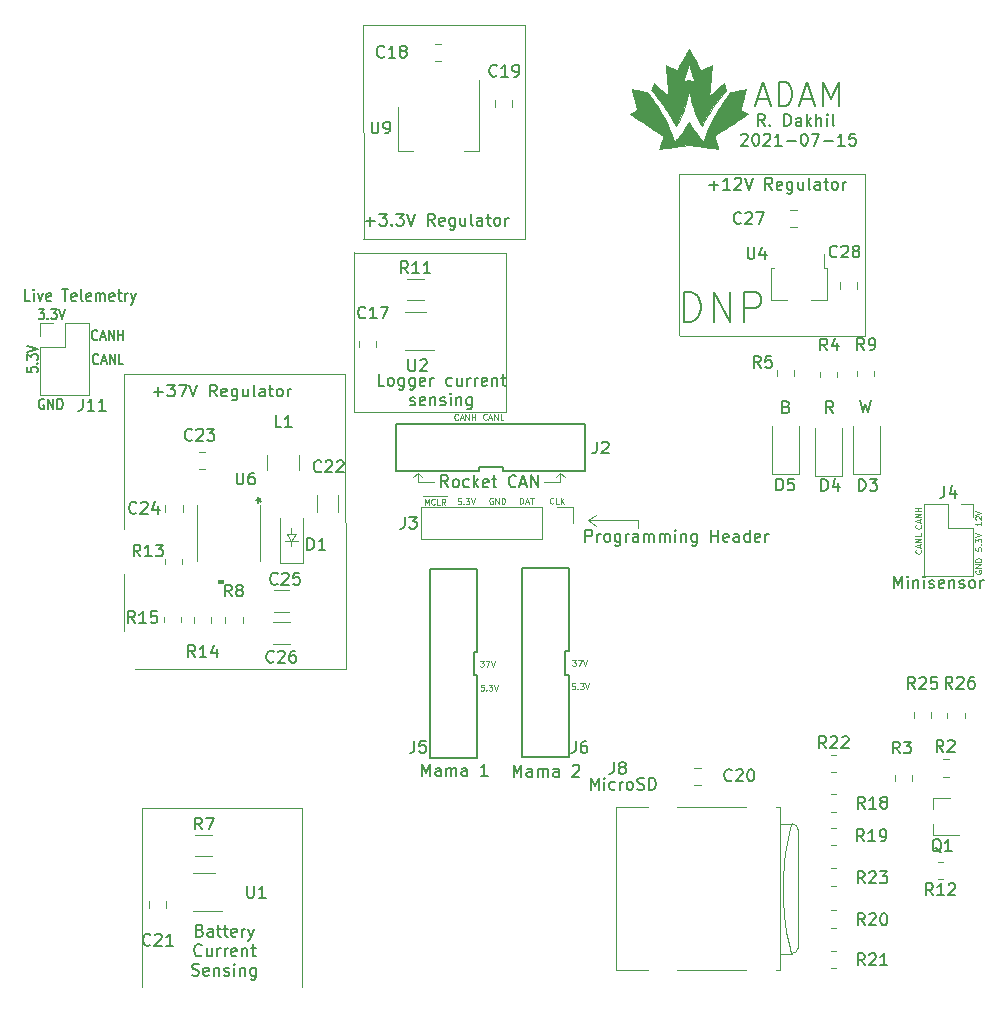
<source format=gbr>
G04 #@! TF.GenerationSoftware,KiCad,Pcbnew,(5.1.6)-1*
G04 #@! TF.CreationDate,2021-11-01T20:28:46-04:00*
G04 #@! TF.ProjectId,payload2020_papa_board,7061796c-6f61-4643-9230-32305f706170,rev?*
G04 #@! TF.SameCoordinates,Original*
G04 #@! TF.FileFunction,Legend,Top*
G04 #@! TF.FilePolarity,Positive*
%FSLAX46Y46*%
G04 Gerber Fmt 4.6, Leading zero omitted, Abs format (unit mm)*
G04 Created by KiCad (PCBNEW (5.1.6)-1) date 2021-11-01 20:28:46*
%MOMM*%
%LPD*%
G01*
G04 APERTURE LIST*
%ADD10C,0.150000*%
%ADD11C,0.120000*%
%ADD12C,0.125000*%
%ADD13C,0.010000*%
%ADD14C,0.100000*%
G04 APERTURE END LIST*
D10*
X170713523Y-101175380D02*
X170380190Y-100699190D01*
X170142095Y-101175380D02*
X170142095Y-100175380D01*
X170523047Y-100175380D01*
X170618285Y-100223000D01*
X170665904Y-100270619D01*
X170713523Y-100365857D01*
X170713523Y-100508714D01*
X170665904Y-100603952D01*
X170618285Y-100651571D01*
X170523047Y-100699190D01*
X170142095Y-100699190D01*
X173025428Y-100125380D02*
X173263523Y-101125380D01*
X173454000Y-100411095D01*
X173644476Y-101125380D01*
X173882571Y-100125380D01*
X166750428Y-100651571D02*
X166893285Y-100699190D01*
X166940904Y-100746809D01*
X166988523Y-100842047D01*
X166988523Y-100984904D01*
X166940904Y-101080142D01*
X166893285Y-101127761D01*
X166798047Y-101175380D01*
X166417095Y-101175380D01*
X166417095Y-100175380D01*
X166750428Y-100175380D01*
X166845666Y-100223000D01*
X166893285Y-100270619D01*
X166940904Y-100365857D01*
X166940904Y-100461095D01*
X166893285Y-100556333D01*
X166845666Y-100603952D01*
X166750428Y-100651571D01*
X166417095Y-100651571D01*
D11*
X110639000Y-114792000D02*
X110639000Y-119618000D01*
X124851160Y-112064800D02*
X124851160Y-112455960D01*
X124851160Y-110921800D02*
X124851160Y-111450120D01*
X124449840Y-111460280D02*
X125242320Y-111460280D01*
X124851160Y-112049560D02*
X124449840Y-111460280D01*
X125252480Y-111455200D02*
X124851160Y-112049560D01*
X124307600Y-112054640D02*
X124861320Y-112049560D01*
X125399800Y-112054640D02*
X124307600Y-112054640D01*
D12*
X182779000Y-114537952D02*
X182755190Y-114585571D01*
X182755190Y-114657000D01*
X182779000Y-114728428D01*
X182826619Y-114776047D01*
X182874238Y-114799857D01*
X182969476Y-114823666D01*
X183040904Y-114823666D01*
X183136142Y-114799857D01*
X183183761Y-114776047D01*
X183231380Y-114728428D01*
X183255190Y-114657000D01*
X183255190Y-114609380D01*
X183231380Y-114537952D01*
X183207571Y-114514142D01*
X183040904Y-114514142D01*
X183040904Y-114609380D01*
X183255190Y-114299857D02*
X182755190Y-114299857D01*
X183255190Y-114014142D01*
X182755190Y-114014142D01*
X183255190Y-113776047D02*
X182755190Y-113776047D01*
X182755190Y-113657000D01*
X182779000Y-113585571D01*
X182826619Y-113537952D01*
X182874238Y-113514142D01*
X182969476Y-113490333D01*
X183040904Y-113490333D01*
X183136142Y-113514142D01*
X183183761Y-113537952D01*
X183231380Y-113585571D01*
X183255190Y-113657000D01*
X183255190Y-113776047D01*
X178127571Y-112775809D02*
X178151380Y-112799619D01*
X178175190Y-112871047D01*
X178175190Y-112918666D01*
X178151380Y-112990095D01*
X178103761Y-113037714D01*
X178056142Y-113061523D01*
X177960904Y-113085333D01*
X177889476Y-113085333D01*
X177794238Y-113061523D01*
X177746619Y-113037714D01*
X177699000Y-112990095D01*
X177675190Y-112918666D01*
X177675190Y-112871047D01*
X177699000Y-112799619D01*
X177722809Y-112775809D01*
X178032333Y-112585333D02*
X178032333Y-112347238D01*
X178175190Y-112632952D02*
X177675190Y-112466285D01*
X178175190Y-112299619D01*
X178175190Y-112132952D02*
X177675190Y-112132952D01*
X178175190Y-111847238D01*
X177675190Y-111847238D01*
X178175190Y-111371047D02*
X178175190Y-111609142D01*
X177675190Y-111609142D01*
X178127571Y-110676333D02*
X178151380Y-110700142D01*
X178175190Y-110771571D01*
X178175190Y-110819190D01*
X178151380Y-110890619D01*
X178103761Y-110938238D01*
X178056142Y-110962047D01*
X177960904Y-110985857D01*
X177889476Y-110985857D01*
X177794238Y-110962047D01*
X177746619Y-110938238D01*
X177699000Y-110890619D01*
X177675190Y-110819190D01*
X177675190Y-110771571D01*
X177699000Y-110700142D01*
X177722809Y-110676333D01*
X178032333Y-110485857D02*
X178032333Y-110247761D01*
X178175190Y-110533476D02*
X177675190Y-110366809D01*
X178175190Y-110200142D01*
X178175190Y-110033476D02*
X177675190Y-110033476D01*
X178175190Y-109747761D01*
X177675190Y-109747761D01*
X178175190Y-109509666D02*
X177675190Y-109509666D01*
X177913285Y-109509666D02*
X177913285Y-109223952D01*
X178175190Y-109223952D02*
X177675190Y-109223952D01*
X183255190Y-110402523D02*
X183255190Y-110688238D01*
X183255190Y-110545380D02*
X182755190Y-110545380D01*
X182826619Y-110593000D01*
X182874238Y-110640619D01*
X182898047Y-110688238D01*
X182802809Y-110212047D02*
X182779000Y-110188238D01*
X182755190Y-110140619D01*
X182755190Y-110021571D01*
X182779000Y-109973952D01*
X182802809Y-109950142D01*
X182850428Y-109926333D01*
X182898047Y-109926333D01*
X182969476Y-109950142D01*
X183255190Y-110235857D01*
X183255190Y-109926333D01*
X182755190Y-109783476D02*
X183255190Y-109616809D01*
X182755190Y-109450142D01*
X182755190Y-112577380D02*
X182755190Y-112815476D01*
X182993285Y-112839285D01*
X182969476Y-112815476D01*
X182945666Y-112767857D01*
X182945666Y-112648809D01*
X182969476Y-112601190D01*
X182993285Y-112577380D01*
X183040904Y-112553571D01*
X183159952Y-112553571D01*
X183207571Y-112577380D01*
X183231380Y-112601190D01*
X183255190Y-112648809D01*
X183255190Y-112767857D01*
X183231380Y-112815476D01*
X183207571Y-112839285D01*
X183207571Y-112339285D02*
X183231380Y-112315476D01*
X183255190Y-112339285D01*
X183231380Y-112363095D01*
X183207571Y-112339285D01*
X183255190Y-112339285D01*
X182755190Y-112148809D02*
X182755190Y-111839285D01*
X182945666Y-112005952D01*
X182945666Y-111934523D01*
X182969476Y-111886904D01*
X182993285Y-111863095D01*
X183040904Y-111839285D01*
X183159952Y-111839285D01*
X183207571Y-111863095D01*
X183231380Y-111886904D01*
X183255190Y-111934523D01*
X183255190Y-112077380D01*
X183231380Y-112125000D01*
X183207571Y-112148809D01*
X182755190Y-111696428D02*
X183255190Y-111529761D01*
X182755190Y-111363095D01*
X147012220Y-108824531D02*
X146988411Y-108848340D01*
X146916982Y-108872150D01*
X146869363Y-108872150D01*
X146797935Y-108848340D01*
X146750316Y-108800721D01*
X146726506Y-108753102D01*
X146702697Y-108657864D01*
X146702697Y-108586436D01*
X146726506Y-108491198D01*
X146750316Y-108443579D01*
X146797935Y-108395960D01*
X146869363Y-108372150D01*
X146916982Y-108372150D01*
X146988411Y-108395960D01*
X147012220Y-108419769D01*
X147464601Y-108872150D02*
X147226506Y-108872150D01*
X147226506Y-108372150D01*
X147631268Y-108872150D02*
X147631268Y-108372150D01*
X147916982Y-108872150D02*
X147702697Y-108586436D01*
X147916982Y-108372150D02*
X147631268Y-108657864D01*
X144208725Y-108872150D02*
X144208725Y-108372150D01*
X144327773Y-108372150D01*
X144399201Y-108395960D01*
X144446820Y-108443579D01*
X144470630Y-108491198D01*
X144494440Y-108586436D01*
X144494440Y-108657864D01*
X144470630Y-108753102D01*
X144446820Y-108800721D01*
X144399201Y-108848340D01*
X144327773Y-108872150D01*
X144208725Y-108872150D01*
X144684916Y-108729293D02*
X144923011Y-108729293D01*
X144637297Y-108872150D02*
X144803963Y-108372150D01*
X144970630Y-108872150D01*
X145065868Y-108372150D02*
X145351582Y-108372150D01*
X145208725Y-108872150D02*
X145208725Y-108372150D01*
X141884447Y-108401040D02*
X141836828Y-108377230D01*
X141765400Y-108377230D01*
X141693971Y-108401040D01*
X141646352Y-108448659D01*
X141622542Y-108496278D01*
X141598733Y-108591516D01*
X141598733Y-108662944D01*
X141622542Y-108758182D01*
X141646352Y-108805801D01*
X141693971Y-108853420D01*
X141765400Y-108877230D01*
X141813019Y-108877230D01*
X141884447Y-108853420D01*
X141908257Y-108829611D01*
X141908257Y-108662944D01*
X141813019Y-108662944D01*
X142122542Y-108877230D02*
X142122542Y-108377230D01*
X142408257Y-108877230D01*
X142408257Y-108377230D01*
X142646352Y-108877230D02*
X142646352Y-108377230D01*
X142765400Y-108377230D01*
X142836828Y-108401040D01*
X142884447Y-108448659D01*
X142908257Y-108496278D01*
X142932066Y-108591516D01*
X142932066Y-108662944D01*
X142908257Y-108758182D01*
X142884447Y-108805801D01*
X142836828Y-108853420D01*
X142765400Y-108877230D01*
X142646352Y-108877230D01*
X139181579Y-108417870D02*
X138943483Y-108417870D01*
X138919674Y-108655965D01*
X138943483Y-108632156D01*
X138991102Y-108608346D01*
X139110150Y-108608346D01*
X139157769Y-108632156D01*
X139181579Y-108655965D01*
X139205388Y-108703584D01*
X139205388Y-108822632D01*
X139181579Y-108870251D01*
X139157769Y-108894060D01*
X139110150Y-108917870D01*
X138991102Y-108917870D01*
X138943483Y-108894060D01*
X138919674Y-108870251D01*
X139419674Y-108870251D02*
X139443483Y-108894060D01*
X139419674Y-108917870D01*
X139395864Y-108894060D01*
X139419674Y-108870251D01*
X139419674Y-108917870D01*
X139610150Y-108417870D02*
X139919674Y-108417870D01*
X139753007Y-108608346D01*
X139824436Y-108608346D01*
X139872055Y-108632156D01*
X139895864Y-108655965D01*
X139919674Y-108703584D01*
X139919674Y-108822632D01*
X139895864Y-108870251D01*
X139872055Y-108894060D01*
X139824436Y-108917870D01*
X139681579Y-108917870D01*
X139633960Y-108894060D01*
X139610150Y-108870251D01*
X140062531Y-108417870D02*
X140229198Y-108917870D01*
X140395864Y-108417870D01*
X136009344Y-108209820D02*
X136580773Y-108209820D01*
X136128392Y-108958510D02*
X136128392Y-108458510D01*
X136295059Y-108815653D01*
X136461725Y-108458510D01*
X136461725Y-108958510D01*
X136580773Y-108209820D02*
X137080773Y-108209820D01*
X136985535Y-108910891D02*
X136961725Y-108934700D01*
X136890297Y-108958510D01*
X136842678Y-108958510D01*
X136771249Y-108934700D01*
X136723630Y-108887081D01*
X136699820Y-108839462D01*
X136676011Y-108744224D01*
X136676011Y-108672796D01*
X136699820Y-108577558D01*
X136723630Y-108529939D01*
X136771249Y-108482320D01*
X136842678Y-108458510D01*
X136890297Y-108458510D01*
X136961725Y-108482320D01*
X136985535Y-108506129D01*
X137080773Y-108209820D02*
X137485535Y-108209820D01*
X137437916Y-108958510D02*
X137199820Y-108958510D01*
X137199820Y-108458510D01*
X137485535Y-108209820D02*
X137985535Y-108209820D01*
X137890297Y-108958510D02*
X137723630Y-108720415D01*
X137604582Y-108958510D02*
X137604582Y-108458510D01*
X137795059Y-108458510D01*
X137842678Y-108482320D01*
X137866487Y-108506129D01*
X137890297Y-108553748D01*
X137890297Y-108625177D01*
X137866487Y-108672796D01*
X137842678Y-108696605D01*
X137795059Y-108720415D01*
X137604582Y-108720415D01*
X141391070Y-101712531D02*
X141367260Y-101736340D01*
X141295832Y-101760150D01*
X141248213Y-101760150D01*
X141176784Y-101736340D01*
X141129165Y-101688721D01*
X141105356Y-101641102D01*
X141081546Y-101545864D01*
X141081546Y-101474436D01*
X141105356Y-101379198D01*
X141129165Y-101331579D01*
X141176784Y-101283960D01*
X141248213Y-101260150D01*
X141295832Y-101260150D01*
X141367260Y-101283960D01*
X141391070Y-101307769D01*
X141581546Y-101617293D02*
X141819641Y-101617293D01*
X141533927Y-101760150D02*
X141700594Y-101260150D01*
X141867260Y-101760150D01*
X142033927Y-101760150D02*
X142033927Y-101260150D01*
X142319641Y-101760150D01*
X142319641Y-101260150D01*
X142795832Y-101760150D02*
X142557737Y-101760150D01*
X142557737Y-101260150D01*
X138943946Y-101727771D02*
X138920137Y-101751580D01*
X138848708Y-101775390D01*
X138801089Y-101775390D01*
X138729660Y-101751580D01*
X138682041Y-101703961D01*
X138658232Y-101656342D01*
X138634422Y-101561104D01*
X138634422Y-101489676D01*
X138658232Y-101394438D01*
X138682041Y-101346819D01*
X138729660Y-101299200D01*
X138801089Y-101275390D01*
X138848708Y-101275390D01*
X138920137Y-101299200D01*
X138943946Y-101323009D01*
X139134422Y-101632533D02*
X139372518Y-101632533D01*
X139086803Y-101775390D02*
X139253470Y-101275390D01*
X139420137Y-101775390D01*
X139586803Y-101775390D02*
X139586803Y-101275390D01*
X139872518Y-101775390D01*
X139872518Y-101275390D01*
X140110613Y-101775390D02*
X140110613Y-101275390D01*
X140110613Y-101513485D02*
X140396327Y-101513485D01*
X140396327Y-101775390D02*
X140396327Y-101275390D01*
D11*
X135534400Y-106248200D02*
X135915400Y-106629200D01*
X135534400Y-107010200D02*
X135534400Y-106248200D01*
X135153400Y-106629200D02*
X135534400Y-106248200D01*
X135534400Y-107010200D02*
X136931400Y-107010200D01*
X147599400Y-106248200D02*
X147980400Y-106629200D01*
X147218400Y-106629200D02*
X147599400Y-106248200D01*
X147599400Y-106248200D02*
X147218400Y-106629200D01*
X147599400Y-107010200D02*
X147599400Y-106248200D01*
X146202400Y-107010200D02*
X147599400Y-107010200D01*
D10*
X108485085Y-96968428D02*
X108449371Y-97011285D01*
X108342228Y-97054142D01*
X108270800Y-97054142D01*
X108163657Y-97011285D01*
X108092228Y-96925571D01*
X108056514Y-96839857D01*
X108020800Y-96668428D01*
X108020800Y-96539857D01*
X108056514Y-96368428D01*
X108092228Y-96282714D01*
X108163657Y-96197000D01*
X108270800Y-96154142D01*
X108342228Y-96154142D01*
X108449371Y-96197000D01*
X108485085Y-96239857D01*
X108770800Y-96797000D02*
X109127942Y-96797000D01*
X108699371Y-97054142D02*
X108949371Y-96154142D01*
X109199371Y-97054142D01*
X109449371Y-97054142D02*
X109449371Y-96154142D01*
X109877942Y-97054142D01*
X109877942Y-96154142D01*
X110592228Y-97054142D02*
X110235085Y-97054142D01*
X110235085Y-96154142D01*
X108421200Y-94961828D02*
X108385485Y-95004685D01*
X108278342Y-95047542D01*
X108206914Y-95047542D01*
X108099771Y-95004685D01*
X108028342Y-94918971D01*
X107992628Y-94833257D01*
X107956914Y-94661828D01*
X107956914Y-94533257D01*
X107992628Y-94361828D01*
X108028342Y-94276114D01*
X108099771Y-94190400D01*
X108206914Y-94147542D01*
X108278342Y-94147542D01*
X108385485Y-94190400D01*
X108421200Y-94233257D01*
X108706914Y-94790400D02*
X109064057Y-94790400D01*
X108635485Y-95047542D02*
X108885485Y-94147542D01*
X109135485Y-95047542D01*
X109385485Y-95047542D02*
X109385485Y-94147542D01*
X109814057Y-95047542D01*
X109814057Y-94147542D01*
X110171200Y-95047542D02*
X110171200Y-94147542D01*
X110171200Y-94576114D02*
X110599771Y-94576114D01*
X110599771Y-95047542D02*
X110599771Y-94147542D01*
X103898771Y-100032400D02*
X103827342Y-99989542D01*
X103720200Y-99989542D01*
X103613057Y-100032400D01*
X103541628Y-100118114D01*
X103505914Y-100203828D01*
X103470200Y-100375257D01*
X103470200Y-100503828D01*
X103505914Y-100675257D01*
X103541628Y-100760971D01*
X103613057Y-100846685D01*
X103720200Y-100889542D01*
X103791628Y-100889542D01*
X103898771Y-100846685D01*
X103934485Y-100803828D01*
X103934485Y-100503828D01*
X103791628Y-100503828D01*
X104255914Y-100889542D02*
X104255914Y-99989542D01*
X104684485Y-100889542D01*
X104684485Y-99989542D01*
X105041628Y-100889542D02*
X105041628Y-99989542D01*
X105220200Y-99989542D01*
X105327342Y-100032400D01*
X105398771Y-100118114D01*
X105434485Y-100203828D01*
X105470200Y-100375257D01*
X105470200Y-100503828D01*
X105434485Y-100675257D01*
X105398771Y-100760971D01*
X105327342Y-100846685D01*
X105220200Y-100889542D01*
X105041628Y-100889542D01*
X103439257Y-92369542D02*
X103903542Y-92369542D01*
X103653542Y-92712400D01*
X103760685Y-92712400D01*
X103832114Y-92755257D01*
X103867828Y-92798114D01*
X103903542Y-92883828D01*
X103903542Y-93098114D01*
X103867828Y-93183828D01*
X103832114Y-93226685D01*
X103760685Y-93269542D01*
X103546400Y-93269542D01*
X103474971Y-93226685D01*
X103439257Y-93183828D01*
X104224971Y-93183828D02*
X104260685Y-93226685D01*
X104224971Y-93269542D01*
X104189257Y-93226685D01*
X104224971Y-93183828D01*
X104224971Y-93269542D01*
X104510685Y-92369542D02*
X104974971Y-92369542D01*
X104724971Y-92712400D01*
X104832114Y-92712400D01*
X104903542Y-92755257D01*
X104939257Y-92798114D01*
X104974971Y-92883828D01*
X104974971Y-93098114D01*
X104939257Y-93183828D01*
X104903542Y-93226685D01*
X104832114Y-93269542D01*
X104617828Y-93269542D01*
X104546400Y-93226685D01*
X104510685Y-93183828D01*
X105189257Y-92369542D02*
X105439257Y-93269542D01*
X105689257Y-92369542D01*
X102453342Y-97325571D02*
X102453342Y-97682714D01*
X102881914Y-97718428D01*
X102839057Y-97682714D01*
X102796200Y-97611285D01*
X102796200Y-97432714D01*
X102839057Y-97361285D01*
X102881914Y-97325571D01*
X102967628Y-97289857D01*
X103181914Y-97289857D01*
X103267628Y-97325571D01*
X103310485Y-97361285D01*
X103353342Y-97432714D01*
X103353342Y-97611285D01*
X103310485Y-97682714D01*
X103267628Y-97718428D01*
X103267628Y-96968428D02*
X103310485Y-96932714D01*
X103353342Y-96968428D01*
X103310485Y-97004142D01*
X103267628Y-96968428D01*
X103353342Y-96968428D01*
X102453342Y-96682714D02*
X102453342Y-96218428D01*
X102796200Y-96468428D01*
X102796200Y-96361285D01*
X102839057Y-96289857D01*
X102881914Y-96254142D01*
X102967628Y-96218428D01*
X103181914Y-96218428D01*
X103267628Y-96254142D01*
X103310485Y-96289857D01*
X103353342Y-96361285D01*
X103353342Y-96575571D01*
X103310485Y-96647000D01*
X103267628Y-96682714D01*
X102453342Y-96004142D02*
X103353342Y-95754142D01*
X102453342Y-95504142D01*
D12*
X141127219Y-124186190D02*
X140889123Y-124186190D01*
X140865314Y-124424285D01*
X140889123Y-124400476D01*
X140936742Y-124376666D01*
X141055790Y-124376666D01*
X141103409Y-124400476D01*
X141127219Y-124424285D01*
X141151028Y-124471904D01*
X141151028Y-124590952D01*
X141127219Y-124638571D01*
X141103409Y-124662380D01*
X141055790Y-124686190D01*
X140936742Y-124686190D01*
X140889123Y-124662380D01*
X140865314Y-124638571D01*
X141365314Y-124638571D02*
X141389123Y-124662380D01*
X141365314Y-124686190D01*
X141341504Y-124662380D01*
X141365314Y-124638571D01*
X141365314Y-124686190D01*
X141555790Y-124186190D02*
X141865314Y-124186190D01*
X141698647Y-124376666D01*
X141770076Y-124376666D01*
X141817695Y-124400476D01*
X141841504Y-124424285D01*
X141865314Y-124471904D01*
X141865314Y-124590952D01*
X141841504Y-124638571D01*
X141817695Y-124662380D01*
X141770076Y-124686190D01*
X141627219Y-124686190D01*
X141579600Y-124662380D01*
X141555790Y-124638571D01*
X142008171Y-124186190D02*
X142174838Y-124686190D01*
X142341504Y-124186190D01*
X140808152Y-122154190D02*
X141117676Y-122154190D01*
X140951009Y-122344666D01*
X141022438Y-122344666D01*
X141070057Y-122368476D01*
X141093866Y-122392285D01*
X141117676Y-122439904D01*
X141117676Y-122558952D01*
X141093866Y-122606571D01*
X141070057Y-122630380D01*
X141022438Y-122654190D01*
X140879580Y-122654190D01*
X140831961Y-122630380D01*
X140808152Y-122606571D01*
X141284342Y-122154190D02*
X141617676Y-122154190D01*
X141403390Y-122654190D01*
X141736723Y-122154190D02*
X141903390Y-122654190D01*
X142070057Y-122154190D01*
X148631352Y-122103390D02*
X148940876Y-122103390D01*
X148774209Y-122293866D01*
X148845638Y-122293866D01*
X148893257Y-122317676D01*
X148917066Y-122341485D01*
X148940876Y-122389104D01*
X148940876Y-122508152D01*
X148917066Y-122555771D01*
X148893257Y-122579580D01*
X148845638Y-122603390D01*
X148702780Y-122603390D01*
X148655161Y-122579580D01*
X148631352Y-122555771D01*
X149107542Y-122103390D02*
X149440876Y-122103390D01*
X149226590Y-122603390D01*
X149559923Y-122103390D02*
X149726590Y-122603390D01*
X149893257Y-122103390D01*
X148848819Y-124084590D02*
X148610723Y-124084590D01*
X148586914Y-124322685D01*
X148610723Y-124298876D01*
X148658342Y-124275066D01*
X148777390Y-124275066D01*
X148825009Y-124298876D01*
X148848819Y-124322685D01*
X148872628Y-124370304D01*
X148872628Y-124489352D01*
X148848819Y-124536971D01*
X148825009Y-124560780D01*
X148777390Y-124584590D01*
X148658342Y-124584590D01*
X148610723Y-124560780D01*
X148586914Y-124536971D01*
X149086914Y-124536971D02*
X149110723Y-124560780D01*
X149086914Y-124584590D01*
X149063104Y-124560780D01*
X149086914Y-124536971D01*
X149086914Y-124584590D01*
X149277390Y-124084590D02*
X149586914Y-124084590D01*
X149420247Y-124275066D01*
X149491676Y-124275066D01*
X149539295Y-124298876D01*
X149563104Y-124322685D01*
X149586914Y-124370304D01*
X149586914Y-124489352D01*
X149563104Y-124536971D01*
X149539295Y-124560780D01*
X149491676Y-124584590D01*
X149348819Y-124584590D01*
X149301200Y-124560780D01*
X149277390Y-124536971D01*
X149729771Y-124084590D02*
X149896438Y-124584590D01*
X150063104Y-124084590D01*
D11*
X149987000Y-110261400D02*
X150596600Y-110769400D01*
X149987000Y-110261400D02*
X150622000Y-109829600D01*
X154178000Y-110261400D02*
X149987000Y-110261400D01*
X154172138Y-110959230D02*
X154178000Y-110261400D01*
X110677960Y-97891600D02*
X129423160Y-97899220D01*
X110677960Y-110982000D02*
X110677960Y-97891600D01*
X129435860Y-122867420D02*
X111635540Y-122872500D01*
X129423160Y-97899220D02*
X129435860Y-122867420D01*
X112173160Y-149793960D02*
X112163000Y-134627620D01*
X125775720Y-134627620D02*
X112163000Y-134627620D01*
X125775720Y-149804120D02*
X125775720Y-134627620D01*
D10*
X164312809Y-74612333D02*
X165265190Y-74612333D01*
X164122333Y-75183761D02*
X164789000Y-73183761D01*
X165455666Y-75183761D01*
X166122333Y-75183761D02*
X166122333Y-73183761D01*
X166598523Y-73183761D01*
X166884238Y-73279000D01*
X167074714Y-73469476D01*
X167169952Y-73659952D01*
X167265190Y-74040904D01*
X167265190Y-74326619D01*
X167169952Y-74707571D01*
X167074714Y-74898047D01*
X166884238Y-75088523D01*
X166598523Y-75183761D01*
X166122333Y-75183761D01*
X168027095Y-74612333D02*
X168979476Y-74612333D01*
X167836619Y-75183761D02*
X168503285Y-73183761D01*
X169169952Y-75183761D01*
X169836619Y-75183761D02*
X169836619Y-73183761D01*
X170503285Y-74612333D01*
X171169952Y-73183761D01*
X171169952Y-75183761D01*
X162931857Y-77636619D02*
X162979476Y-77589000D01*
X163074714Y-77541380D01*
X163312809Y-77541380D01*
X163408047Y-77589000D01*
X163455666Y-77636619D01*
X163503285Y-77731857D01*
X163503285Y-77827095D01*
X163455666Y-77969952D01*
X162884238Y-78541380D01*
X163503285Y-78541380D01*
X164122333Y-77541380D02*
X164217571Y-77541380D01*
X164312809Y-77589000D01*
X164360428Y-77636619D01*
X164408047Y-77731857D01*
X164455666Y-77922333D01*
X164455666Y-78160428D01*
X164408047Y-78350904D01*
X164360428Y-78446142D01*
X164312809Y-78493761D01*
X164217571Y-78541380D01*
X164122333Y-78541380D01*
X164027095Y-78493761D01*
X163979476Y-78446142D01*
X163931857Y-78350904D01*
X163884238Y-78160428D01*
X163884238Y-77922333D01*
X163931857Y-77731857D01*
X163979476Y-77636619D01*
X164027095Y-77589000D01*
X164122333Y-77541380D01*
X164836619Y-77636619D02*
X164884238Y-77589000D01*
X164979476Y-77541380D01*
X165217571Y-77541380D01*
X165312809Y-77589000D01*
X165360428Y-77636619D01*
X165408047Y-77731857D01*
X165408047Y-77827095D01*
X165360428Y-77969952D01*
X164789000Y-78541380D01*
X165408047Y-78541380D01*
X166360428Y-78541380D02*
X165789000Y-78541380D01*
X166074714Y-78541380D02*
X166074714Y-77541380D01*
X165979476Y-77684238D01*
X165884238Y-77779476D01*
X165789000Y-77827095D01*
X166789000Y-78160428D02*
X167550904Y-78160428D01*
X168217571Y-77541380D02*
X168312809Y-77541380D01*
X168408047Y-77589000D01*
X168455666Y-77636619D01*
X168503285Y-77731857D01*
X168550904Y-77922333D01*
X168550904Y-78160428D01*
X168503285Y-78350904D01*
X168455666Y-78446142D01*
X168408047Y-78493761D01*
X168312809Y-78541380D01*
X168217571Y-78541380D01*
X168122333Y-78493761D01*
X168074714Y-78446142D01*
X168027095Y-78350904D01*
X167979476Y-78160428D01*
X167979476Y-77922333D01*
X168027095Y-77731857D01*
X168074714Y-77636619D01*
X168122333Y-77589000D01*
X168217571Y-77541380D01*
X168884238Y-77541380D02*
X169550904Y-77541380D01*
X169122333Y-78541380D01*
X169931857Y-78160428D02*
X170693761Y-78160428D01*
X171693761Y-78541380D02*
X171122333Y-78541380D01*
X171408047Y-78541380D02*
X171408047Y-77541380D01*
X171312809Y-77684238D01*
X171217571Y-77779476D01*
X171122333Y-77827095D01*
X172598523Y-77541380D02*
X172122333Y-77541380D01*
X172074714Y-78017571D01*
X172122333Y-77969952D01*
X172217571Y-77922333D01*
X172455666Y-77922333D01*
X172550904Y-77969952D01*
X172598523Y-78017571D01*
X172646142Y-78112809D01*
X172646142Y-78350904D01*
X172598523Y-78446142D01*
X172550904Y-78493761D01*
X172455666Y-78541380D01*
X172217571Y-78541380D01*
X172122333Y-78493761D01*
X172074714Y-78446142D01*
X164915952Y-76890380D02*
X164582619Y-76414190D01*
X164344523Y-76890380D02*
X164344523Y-75890380D01*
X164725476Y-75890380D01*
X164820714Y-75938000D01*
X164868333Y-75985619D01*
X164915952Y-76080857D01*
X164915952Y-76223714D01*
X164868333Y-76318952D01*
X164820714Y-76366571D01*
X164725476Y-76414190D01*
X164344523Y-76414190D01*
X165344523Y-76795142D02*
X165392142Y-76842761D01*
X165344523Y-76890380D01*
X165296904Y-76842761D01*
X165344523Y-76795142D01*
X165344523Y-76890380D01*
X166582619Y-76890380D02*
X166582619Y-75890380D01*
X166820714Y-75890380D01*
X166963571Y-75938000D01*
X167058809Y-76033238D01*
X167106428Y-76128476D01*
X167154047Y-76318952D01*
X167154047Y-76461809D01*
X167106428Y-76652285D01*
X167058809Y-76747523D01*
X166963571Y-76842761D01*
X166820714Y-76890380D01*
X166582619Y-76890380D01*
X168011190Y-76890380D02*
X168011190Y-76366571D01*
X167963571Y-76271333D01*
X167868333Y-76223714D01*
X167677857Y-76223714D01*
X167582619Y-76271333D01*
X168011190Y-76842761D02*
X167915952Y-76890380D01*
X167677857Y-76890380D01*
X167582619Y-76842761D01*
X167535000Y-76747523D01*
X167535000Y-76652285D01*
X167582619Y-76557047D01*
X167677857Y-76509428D01*
X167915952Y-76509428D01*
X168011190Y-76461809D01*
X168487380Y-76890380D02*
X168487380Y-75890380D01*
X168582619Y-76509428D02*
X168868333Y-76890380D01*
X168868333Y-76223714D02*
X168487380Y-76604666D01*
X169296904Y-76890380D02*
X169296904Y-75890380D01*
X169725476Y-76890380D02*
X169725476Y-76366571D01*
X169677857Y-76271333D01*
X169582619Y-76223714D01*
X169439761Y-76223714D01*
X169344523Y-76271333D01*
X169296904Y-76318952D01*
X170201666Y-76890380D02*
X170201666Y-76223714D01*
X170201666Y-75890380D02*
X170154047Y-75938000D01*
X170201666Y-75985619D01*
X170249285Y-75938000D01*
X170201666Y-75890380D01*
X170201666Y-75985619D01*
X170820714Y-76890380D02*
X170725476Y-76842761D01*
X170677857Y-76747523D01*
X170677857Y-75890380D01*
X117095211Y-145004211D02*
X117238068Y-145051830D01*
X117285687Y-145099449D01*
X117333306Y-145194687D01*
X117333306Y-145337544D01*
X117285687Y-145432782D01*
X117238068Y-145480401D01*
X117142830Y-145528020D01*
X116761878Y-145528020D01*
X116761878Y-144528020D01*
X117095211Y-144528020D01*
X117190449Y-144575640D01*
X117238068Y-144623259D01*
X117285687Y-144718497D01*
X117285687Y-144813735D01*
X117238068Y-144908973D01*
X117190449Y-144956592D01*
X117095211Y-145004211D01*
X116761878Y-145004211D01*
X118190449Y-145528020D02*
X118190449Y-145004211D01*
X118142830Y-144908973D01*
X118047592Y-144861354D01*
X117857116Y-144861354D01*
X117761878Y-144908973D01*
X118190449Y-145480401D02*
X118095211Y-145528020D01*
X117857116Y-145528020D01*
X117761878Y-145480401D01*
X117714259Y-145385163D01*
X117714259Y-145289925D01*
X117761878Y-145194687D01*
X117857116Y-145147068D01*
X118095211Y-145147068D01*
X118190449Y-145099449D01*
X118523782Y-144861354D02*
X118904735Y-144861354D01*
X118666640Y-144528020D02*
X118666640Y-145385163D01*
X118714259Y-145480401D01*
X118809497Y-145528020D01*
X118904735Y-145528020D01*
X119095211Y-144861354D02*
X119476163Y-144861354D01*
X119238068Y-144528020D02*
X119238068Y-145385163D01*
X119285687Y-145480401D01*
X119380925Y-145528020D01*
X119476163Y-145528020D01*
X120190449Y-145480401D02*
X120095211Y-145528020D01*
X119904735Y-145528020D01*
X119809497Y-145480401D01*
X119761878Y-145385163D01*
X119761878Y-145004211D01*
X119809497Y-144908973D01*
X119904735Y-144861354D01*
X120095211Y-144861354D01*
X120190449Y-144908973D01*
X120238068Y-145004211D01*
X120238068Y-145099449D01*
X119761878Y-145194687D01*
X120666640Y-145528020D02*
X120666640Y-144861354D01*
X120666640Y-145051830D02*
X120714259Y-144956592D01*
X120761878Y-144908973D01*
X120857116Y-144861354D01*
X120952354Y-144861354D01*
X121190449Y-144861354D02*
X121428544Y-145528020D01*
X121666640Y-144861354D02*
X121428544Y-145528020D01*
X121333306Y-145766116D01*
X121285687Y-145813735D01*
X121190449Y-145861354D01*
X117238068Y-147082782D02*
X117190449Y-147130401D01*
X117047592Y-147178020D01*
X116952354Y-147178020D01*
X116809497Y-147130401D01*
X116714259Y-147035163D01*
X116666640Y-146939925D01*
X116619020Y-146749449D01*
X116619020Y-146606592D01*
X116666640Y-146416116D01*
X116714259Y-146320878D01*
X116809497Y-146225640D01*
X116952354Y-146178020D01*
X117047592Y-146178020D01*
X117190449Y-146225640D01*
X117238068Y-146273259D01*
X118095211Y-146511354D02*
X118095211Y-147178020D01*
X117666640Y-146511354D02*
X117666640Y-147035163D01*
X117714259Y-147130401D01*
X117809497Y-147178020D01*
X117952354Y-147178020D01*
X118047592Y-147130401D01*
X118095211Y-147082782D01*
X118571401Y-147178020D02*
X118571401Y-146511354D01*
X118571401Y-146701830D02*
X118619020Y-146606592D01*
X118666640Y-146558973D01*
X118761878Y-146511354D01*
X118857116Y-146511354D01*
X119190449Y-147178020D02*
X119190449Y-146511354D01*
X119190449Y-146701830D02*
X119238068Y-146606592D01*
X119285687Y-146558973D01*
X119380925Y-146511354D01*
X119476163Y-146511354D01*
X120190449Y-147130401D02*
X120095211Y-147178020D01*
X119904735Y-147178020D01*
X119809497Y-147130401D01*
X119761878Y-147035163D01*
X119761878Y-146654211D01*
X119809497Y-146558973D01*
X119904735Y-146511354D01*
X120095211Y-146511354D01*
X120190449Y-146558973D01*
X120238068Y-146654211D01*
X120238068Y-146749449D01*
X119761878Y-146844687D01*
X120666640Y-146511354D02*
X120666640Y-147178020D01*
X120666640Y-146606592D02*
X120714259Y-146558973D01*
X120809497Y-146511354D01*
X120952354Y-146511354D01*
X121047592Y-146558973D01*
X121095211Y-146654211D01*
X121095211Y-147178020D01*
X121428544Y-146511354D02*
X121809497Y-146511354D01*
X121571401Y-146178020D02*
X121571401Y-147035163D01*
X121619020Y-147130401D01*
X121714259Y-147178020D01*
X121809497Y-147178020D01*
X116452354Y-148780401D02*
X116595211Y-148828020D01*
X116833306Y-148828020D01*
X116928544Y-148780401D01*
X116976163Y-148732782D01*
X117023782Y-148637544D01*
X117023782Y-148542306D01*
X116976163Y-148447068D01*
X116928544Y-148399449D01*
X116833306Y-148351830D01*
X116642830Y-148304211D01*
X116547592Y-148256592D01*
X116499973Y-148208973D01*
X116452354Y-148113735D01*
X116452354Y-148018497D01*
X116499973Y-147923259D01*
X116547592Y-147875640D01*
X116642830Y-147828020D01*
X116880925Y-147828020D01*
X117023782Y-147875640D01*
X117833306Y-148780401D02*
X117738068Y-148828020D01*
X117547592Y-148828020D01*
X117452354Y-148780401D01*
X117404735Y-148685163D01*
X117404735Y-148304211D01*
X117452354Y-148208973D01*
X117547592Y-148161354D01*
X117738068Y-148161354D01*
X117833306Y-148208973D01*
X117880925Y-148304211D01*
X117880925Y-148399449D01*
X117404735Y-148494687D01*
X118309497Y-148161354D02*
X118309497Y-148828020D01*
X118309497Y-148256592D02*
X118357116Y-148208973D01*
X118452354Y-148161354D01*
X118595211Y-148161354D01*
X118690449Y-148208973D01*
X118738068Y-148304211D01*
X118738068Y-148828020D01*
X119166640Y-148780401D02*
X119261878Y-148828020D01*
X119452354Y-148828020D01*
X119547592Y-148780401D01*
X119595211Y-148685163D01*
X119595211Y-148637544D01*
X119547592Y-148542306D01*
X119452354Y-148494687D01*
X119309497Y-148494687D01*
X119214259Y-148447068D01*
X119166640Y-148351830D01*
X119166640Y-148304211D01*
X119214259Y-148208973D01*
X119309497Y-148161354D01*
X119452354Y-148161354D01*
X119547592Y-148208973D01*
X120023782Y-148828020D02*
X120023782Y-148161354D01*
X120023782Y-147828020D02*
X119976163Y-147875640D01*
X120023782Y-147923259D01*
X120071401Y-147875640D01*
X120023782Y-147828020D01*
X120023782Y-147923259D01*
X120499973Y-148161354D02*
X120499973Y-148828020D01*
X120499973Y-148256592D02*
X120547592Y-148208973D01*
X120642830Y-148161354D01*
X120785687Y-148161354D01*
X120880925Y-148208973D01*
X120928544Y-148304211D01*
X120928544Y-148828020D01*
X121833306Y-148161354D02*
X121833306Y-148970878D01*
X121785687Y-149066116D01*
X121738068Y-149113735D01*
X121642830Y-149161354D01*
X121499973Y-149161354D01*
X121404735Y-149113735D01*
X121833306Y-148780401D02*
X121738068Y-148828020D01*
X121547592Y-148828020D01*
X121452354Y-148780401D01*
X121404735Y-148732782D01*
X121357116Y-148637544D01*
X121357116Y-148351830D01*
X121404735Y-148256592D01*
X121452354Y-148208973D01*
X121547592Y-148161354D01*
X121738068Y-148161354D01*
X121833306Y-148208973D01*
X138106590Y-107462580D02*
X137773257Y-106986390D01*
X137535161Y-107462580D02*
X137535161Y-106462580D01*
X137916114Y-106462580D01*
X138011352Y-106510200D01*
X138058971Y-106557819D01*
X138106590Y-106653057D01*
X138106590Y-106795914D01*
X138058971Y-106891152D01*
X138011352Y-106938771D01*
X137916114Y-106986390D01*
X137535161Y-106986390D01*
X138678019Y-107462580D02*
X138582780Y-107414961D01*
X138535161Y-107367342D01*
X138487542Y-107272104D01*
X138487542Y-106986390D01*
X138535161Y-106891152D01*
X138582780Y-106843533D01*
X138678019Y-106795914D01*
X138820876Y-106795914D01*
X138916114Y-106843533D01*
X138963733Y-106891152D01*
X139011352Y-106986390D01*
X139011352Y-107272104D01*
X138963733Y-107367342D01*
X138916114Y-107414961D01*
X138820876Y-107462580D01*
X138678019Y-107462580D01*
X139868495Y-107414961D02*
X139773257Y-107462580D01*
X139582780Y-107462580D01*
X139487542Y-107414961D01*
X139439923Y-107367342D01*
X139392304Y-107272104D01*
X139392304Y-106986390D01*
X139439923Y-106891152D01*
X139487542Y-106843533D01*
X139582780Y-106795914D01*
X139773257Y-106795914D01*
X139868495Y-106843533D01*
X140297066Y-107462580D02*
X140297066Y-106462580D01*
X140392304Y-107081628D02*
X140678019Y-107462580D01*
X140678019Y-106795914D02*
X140297066Y-107176866D01*
X141487542Y-107414961D02*
X141392304Y-107462580D01*
X141201828Y-107462580D01*
X141106590Y-107414961D01*
X141058971Y-107319723D01*
X141058971Y-106938771D01*
X141106590Y-106843533D01*
X141201828Y-106795914D01*
X141392304Y-106795914D01*
X141487542Y-106843533D01*
X141535161Y-106938771D01*
X141535161Y-107034009D01*
X141058971Y-107129247D01*
X141820876Y-106795914D02*
X142201828Y-106795914D01*
X141963733Y-106462580D02*
X141963733Y-107319723D01*
X142011352Y-107414961D01*
X142106590Y-107462580D01*
X142201828Y-107462580D01*
X143868495Y-107367342D02*
X143820876Y-107414961D01*
X143678019Y-107462580D01*
X143582780Y-107462580D01*
X143439923Y-107414961D01*
X143344685Y-107319723D01*
X143297066Y-107224485D01*
X143249447Y-107034009D01*
X143249447Y-106891152D01*
X143297066Y-106700676D01*
X143344685Y-106605438D01*
X143439923Y-106510200D01*
X143582780Y-106462580D01*
X143678019Y-106462580D01*
X143820876Y-106510200D01*
X143868495Y-106557819D01*
X144249447Y-107176866D02*
X144725638Y-107176866D01*
X144154209Y-107462580D02*
X144487542Y-106462580D01*
X144820876Y-107462580D01*
X145154209Y-107462580D02*
X145154209Y-106462580D01*
X145725638Y-107462580D01*
X145725638Y-106462580D01*
D11*
X144614900Y-68328540D02*
X130939540Y-68318380D01*
X144589500Y-86451440D02*
X130949700Y-86461600D01*
X144589500Y-86443820D02*
X144604740Y-68338700D01*
X130939540Y-68318380D02*
X130962400Y-86461600D01*
D10*
X131158409Y-84942988D02*
X131920314Y-84942988D01*
X131539361Y-85323940D02*
X131539361Y-84562036D01*
X132301266Y-84323940D02*
X132920314Y-84323940D01*
X132586980Y-84704893D01*
X132729838Y-84704893D01*
X132825076Y-84752512D01*
X132872695Y-84800131D01*
X132920314Y-84895369D01*
X132920314Y-85133464D01*
X132872695Y-85228702D01*
X132825076Y-85276321D01*
X132729838Y-85323940D01*
X132444123Y-85323940D01*
X132348885Y-85276321D01*
X132301266Y-85228702D01*
X133348885Y-85228702D02*
X133396504Y-85276321D01*
X133348885Y-85323940D01*
X133301266Y-85276321D01*
X133348885Y-85228702D01*
X133348885Y-85323940D01*
X133729838Y-84323940D02*
X134348885Y-84323940D01*
X134015552Y-84704893D01*
X134158409Y-84704893D01*
X134253647Y-84752512D01*
X134301266Y-84800131D01*
X134348885Y-84895369D01*
X134348885Y-85133464D01*
X134301266Y-85228702D01*
X134253647Y-85276321D01*
X134158409Y-85323940D01*
X133872695Y-85323940D01*
X133777457Y-85276321D01*
X133729838Y-85228702D01*
X134634600Y-84323940D02*
X134967933Y-85323940D01*
X135301266Y-84323940D01*
X136967933Y-85323940D02*
X136634600Y-84847750D01*
X136396504Y-85323940D02*
X136396504Y-84323940D01*
X136777457Y-84323940D01*
X136872695Y-84371560D01*
X136920314Y-84419179D01*
X136967933Y-84514417D01*
X136967933Y-84657274D01*
X136920314Y-84752512D01*
X136872695Y-84800131D01*
X136777457Y-84847750D01*
X136396504Y-84847750D01*
X137777457Y-85276321D02*
X137682219Y-85323940D01*
X137491742Y-85323940D01*
X137396504Y-85276321D01*
X137348885Y-85181083D01*
X137348885Y-84800131D01*
X137396504Y-84704893D01*
X137491742Y-84657274D01*
X137682219Y-84657274D01*
X137777457Y-84704893D01*
X137825076Y-84800131D01*
X137825076Y-84895369D01*
X137348885Y-84990607D01*
X138682219Y-84657274D02*
X138682219Y-85466798D01*
X138634600Y-85562036D01*
X138586980Y-85609655D01*
X138491742Y-85657274D01*
X138348885Y-85657274D01*
X138253647Y-85609655D01*
X138682219Y-85276321D02*
X138586980Y-85323940D01*
X138396504Y-85323940D01*
X138301266Y-85276321D01*
X138253647Y-85228702D01*
X138206028Y-85133464D01*
X138206028Y-84847750D01*
X138253647Y-84752512D01*
X138301266Y-84704893D01*
X138396504Y-84657274D01*
X138586980Y-84657274D01*
X138682219Y-84704893D01*
X139586980Y-84657274D02*
X139586980Y-85323940D01*
X139158409Y-84657274D02*
X139158409Y-85181083D01*
X139206028Y-85276321D01*
X139301266Y-85323940D01*
X139444123Y-85323940D01*
X139539361Y-85276321D01*
X139586980Y-85228702D01*
X140206028Y-85323940D02*
X140110790Y-85276321D01*
X140063171Y-85181083D01*
X140063171Y-84323940D01*
X141015552Y-85323940D02*
X141015552Y-84800131D01*
X140967933Y-84704893D01*
X140872695Y-84657274D01*
X140682219Y-84657274D01*
X140586980Y-84704893D01*
X141015552Y-85276321D02*
X140920314Y-85323940D01*
X140682219Y-85323940D01*
X140586980Y-85276321D01*
X140539361Y-85181083D01*
X140539361Y-85085845D01*
X140586980Y-84990607D01*
X140682219Y-84942988D01*
X140920314Y-84942988D01*
X141015552Y-84895369D01*
X141348885Y-84657274D02*
X141729838Y-84657274D01*
X141491742Y-84323940D02*
X141491742Y-85181083D01*
X141539361Y-85276321D01*
X141634600Y-85323940D01*
X141729838Y-85323940D01*
X142206028Y-85323940D02*
X142110790Y-85276321D01*
X142063171Y-85228702D01*
X142015552Y-85133464D01*
X142015552Y-84847750D01*
X142063171Y-84752512D01*
X142110790Y-84704893D01*
X142206028Y-84657274D01*
X142348885Y-84657274D01*
X142444123Y-84704893D01*
X142491742Y-84752512D01*
X142539361Y-84847750D01*
X142539361Y-85133464D01*
X142491742Y-85228702D01*
X142444123Y-85276321D01*
X142348885Y-85323940D01*
X142206028Y-85323940D01*
X142967933Y-85323940D02*
X142967933Y-84657274D01*
X142967933Y-84847750D02*
X143015552Y-84752512D01*
X143063171Y-84704893D01*
X143158409Y-84657274D01*
X143253647Y-84657274D01*
X175885714Y-116006380D02*
X175885714Y-115006380D01*
X176219047Y-115720666D01*
X176552380Y-115006380D01*
X176552380Y-116006380D01*
X177028571Y-116006380D02*
X177028571Y-115339714D01*
X177028571Y-115006380D02*
X176980952Y-115054000D01*
X177028571Y-115101619D01*
X177076190Y-115054000D01*
X177028571Y-115006380D01*
X177028571Y-115101619D01*
X177504761Y-115339714D02*
X177504761Y-116006380D01*
X177504761Y-115434952D02*
X177552380Y-115387333D01*
X177647619Y-115339714D01*
X177790476Y-115339714D01*
X177885714Y-115387333D01*
X177933333Y-115482571D01*
X177933333Y-116006380D01*
X178409523Y-116006380D02*
X178409523Y-115339714D01*
X178409523Y-115006380D02*
X178361904Y-115054000D01*
X178409523Y-115101619D01*
X178457142Y-115054000D01*
X178409523Y-115006380D01*
X178409523Y-115101619D01*
X178838095Y-115958761D02*
X178933333Y-116006380D01*
X179123809Y-116006380D01*
X179219047Y-115958761D01*
X179266666Y-115863523D01*
X179266666Y-115815904D01*
X179219047Y-115720666D01*
X179123809Y-115673047D01*
X178980952Y-115673047D01*
X178885714Y-115625428D01*
X178838095Y-115530190D01*
X178838095Y-115482571D01*
X178885714Y-115387333D01*
X178980952Y-115339714D01*
X179123809Y-115339714D01*
X179219047Y-115387333D01*
X180076190Y-115958761D02*
X179980952Y-116006380D01*
X179790476Y-116006380D01*
X179695238Y-115958761D01*
X179647619Y-115863523D01*
X179647619Y-115482571D01*
X179695238Y-115387333D01*
X179790476Y-115339714D01*
X179980952Y-115339714D01*
X180076190Y-115387333D01*
X180123809Y-115482571D01*
X180123809Y-115577809D01*
X179647619Y-115673047D01*
X180552380Y-115339714D02*
X180552380Y-116006380D01*
X180552380Y-115434952D02*
X180600000Y-115387333D01*
X180695238Y-115339714D01*
X180838095Y-115339714D01*
X180933333Y-115387333D01*
X180980952Y-115482571D01*
X180980952Y-116006380D01*
X181409523Y-115958761D02*
X181504761Y-116006380D01*
X181695238Y-116006380D01*
X181790476Y-115958761D01*
X181838095Y-115863523D01*
X181838095Y-115815904D01*
X181790476Y-115720666D01*
X181695238Y-115673047D01*
X181552380Y-115673047D01*
X181457142Y-115625428D01*
X181409523Y-115530190D01*
X181409523Y-115482571D01*
X181457142Y-115387333D01*
X181552380Y-115339714D01*
X181695238Y-115339714D01*
X181790476Y-115387333D01*
X182409523Y-116006380D02*
X182314285Y-115958761D01*
X182266666Y-115911142D01*
X182219047Y-115815904D01*
X182219047Y-115530190D01*
X182266666Y-115434952D01*
X182314285Y-115387333D01*
X182409523Y-115339714D01*
X182552380Y-115339714D01*
X182647619Y-115387333D01*
X182695238Y-115434952D01*
X182742857Y-115530190D01*
X182742857Y-115815904D01*
X182695238Y-115911142D01*
X182647619Y-115958761D01*
X182552380Y-116006380D01*
X182409523Y-116006380D01*
X183171428Y-116006380D02*
X183171428Y-115339714D01*
X183171428Y-115530190D02*
X183219047Y-115434952D01*
X183266666Y-115387333D01*
X183361904Y-115339714D01*
X183457142Y-115339714D01*
X158088414Y-93457412D02*
X158088414Y-90957412D01*
X158683652Y-90957412D01*
X159040795Y-91076460D01*
X159278890Y-91314555D01*
X159397938Y-91552650D01*
X159516985Y-92028840D01*
X159516985Y-92385983D01*
X159397938Y-92862174D01*
X159278890Y-93100269D01*
X159040795Y-93338364D01*
X158683652Y-93457412D01*
X158088414Y-93457412D01*
X160588414Y-93457412D02*
X160588414Y-90957412D01*
X162016985Y-93457412D01*
X162016985Y-90957412D01*
X163207461Y-93457412D02*
X163207461Y-90957412D01*
X164159842Y-90957412D01*
X164397938Y-91076460D01*
X164516985Y-91195507D01*
X164636033Y-91433602D01*
X164636033Y-91790745D01*
X164516985Y-92028840D01*
X164397938Y-92147888D01*
X164159842Y-92266936D01*
X163207461Y-92266936D01*
D11*
X157705200Y-80959200D02*
X157700980Y-94599760D01*
X173401540Y-80959200D02*
X157705200Y-80959200D01*
X173428660Y-94655640D02*
X173427800Y-80959200D01*
X157756860Y-94655640D02*
X173428660Y-94655640D01*
D10*
X160222104Y-81894228D02*
X160984009Y-81894228D01*
X160603057Y-82275180D02*
X160603057Y-81513276D01*
X161984009Y-82275180D02*
X161412580Y-82275180D01*
X161698295Y-82275180D02*
X161698295Y-81275180D01*
X161603057Y-81418038D01*
X161507819Y-81513276D01*
X161412580Y-81560895D01*
X162364961Y-81370419D02*
X162412580Y-81322800D01*
X162507819Y-81275180D01*
X162745914Y-81275180D01*
X162841152Y-81322800D01*
X162888771Y-81370419D01*
X162936390Y-81465657D01*
X162936390Y-81560895D01*
X162888771Y-81703752D01*
X162317342Y-82275180D01*
X162936390Y-82275180D01*
X163222104Y-81275180D02*
X163555438Y-82275180D01*
X163888771Y-81275180D01*
X165555438Y-82275180D02*
X165222104Y-81798990D01*
X164984009Y-82275180D02*
X164984009Y-81275180D01*
X165364961Y-81275180D01*
X165460200Y-81322800D01*
X165507819Y-81370419D01*
X165555438Y-81465657D01*
X165555438Y-81608514D01*
X165507819Y-81703752D01*
X165460200Y-81751371D01*
X165364961Y-81798990D01*
X164984009Y-81798990D01*
X166364961Y-82227561D02*
X166269723Y-82275180D01*
X166079247Y-82275180D01*
X165984009Y-82227561D01*
X165936390Y-82132323D01*
X165936390Y-81751371D01*
X165984009Y-81656133D01*
X166079247Y-81608514D01*
X166269723Y-81608514D01*
X166364961Y-81656133D01*
X166412580Y-81751371D01*
X166412580Y-81846609D01*
X165936390Y-81941847D01*
X167269723Y-81608514D02*
X167269723Y-82418038D01*
X167222104Y-82513276D01*
X167174485Y-82560895D01*
X167079247Y-82608514D01*
X166936390Y-82608514D01*
X166841152Y-82560895D01*
X167269723Y-82227561D02*
X167174485Y-82275180D01*
X166984009Y-82275180D01*
X166888771Y-82227561D01*
X166841152Y-82179942D01*
X166793533Y-82084704D01*
X166793533Y-81798990D01*
X166841152Y-81703752D01*
X166888771Y-81656133D01*
X166984009Y-81608514D01*
X167174485Y-81608514D01*
X167269723Y-81656133D01*
X168174485Y-81608514D02*
X168174485Y-82275180D01*
X167745914Y-81608514D02*
X167745914Y-82132323D01*
X167793533Y-82227561D01*
X167888771Y-82275180D01*
X168031628Y-82275180D01*
X168126866Y-82227561D01*
X168174485Y-82179942D01*
X168793533Y-82275180D02*
X168698295Y-82227561D01*
X168650676Y-82132323D01*
X168650676Y-81275180D01*
X169603057Y-82275180D02*
X169603057Y-81751371D01*
X169555438Y-81656133D01*
X169460200Y-81608514D01*
X169269723Y-81608514D01*
X169174485Y-81656133D01*
X169603057Y-82227561D02*
X169507819Y-82275180D01*
X169269723Y-82275180D01*
X169174485Y-82227561D01*
X169126866Y-82132323D01*
X169126866Y-82037085D01*
X169174485Y-81941847D01*
X169269723Y-81894228D01*
X169507819Y-81894228D01*
X169603057Y-81846609D01*
X169936390Y-81608514D02*
X170317342Y-81608514D01*
X170079247Y-81275180D02*
X170079247Y-82132323D01*
X170126866Y-82227561D01*
X170222104Y-82275180D01*
X170317342Y-82275180D01*
X170793533Y-82275180D02*
X170698295Y-82227561D01*
X170650676Y-82179942D01*
X170603057Y-82084704D01*
X170603057Y-81798990D01*
X170650676Y-81703752D01*
X170698295Y-81656133D01*
X170793533Y-81608514D01*
X170936390Y-81608514D01*
X171031628Y-81656133D01*
X171079247Y-81703752D01*
X171126866Y-81798990D01*
X171126866Y-82084704D01*
X171079247Y-82179942D01*
X171031628Y-82227561D01*
X170936390Y-82275180D01*
X170793533Y-82275180D01*
X171555438Y-82275180D02*
X171555438Y-81608514D01*
X171555438Y-81798990D02*
X171603057Y-81703752D01*
X171650676Y-81656133D01*
X171745914Y-81608514D01*
X171841152Y-81608514D01*
D11*
X130121660Y-87574120D02*
X130126740Y-101083620D01*
X143012160Y-87627460D02*
X130121660Y-87617300D01*
X143014700Y-101076000D02*
X143012160Y-87627460D01*
X130126740Y-101083620D02*
X143014700Y-101076000D01*
D10*
X150187684Y-133083560D02*
X150187684Y-132083560D01*
X150521018Y-132797846D01*
X150854351Y-132083560D01*
X150854351Y-133083560D01*
X151330541Y-133083560D02*
X151330541Y-132416894D01*
X151330541Y-132083560D02*
X151282922Y-132131180D01*
X151330541Y-132178799D01*
X151378160Y-132131180D01*
X151330541Y-132083560D01*
X151330541Y-132178799D01*
X152235303Y-133035941D02*
X152140065Y-133083560D01*
X151949589Y-133083560D01*
X151854351Y-133035941D01*
X151806732Y-132988322D01*
X151759113Y-132893084D01*
X151759113Y-132607370D01*
X151806732Y-132512132D01*
X151854351Y-132464513D01*
X151949589Y-132416894D01*
X152140065Y-132416894D01*
X152235303Y-132464513D01*
X152663875Y-133083560D02*
X152663875Y-132416894D01*
X152663875Y-132607370D02*
X152711494Y-132512132D01*
X152759113Y-132464513D01*
X152854351Y-132416894D01*
X152949589Y-132416894D01*
X153425780Y-133083560D02*
X153330541Y-133035941D01*
X153282922Y-132988322D01*
X153235303Y-132893084D01*
X153235303Y-132607370D01*
X153282922Y-132512132D01*
X153330541Y-132464513D01*
X153425780Y-132416894D01*
X153568637Y-132416894D01*
X153663875Y-132464513D01*
X153711494Y-132512132D01*
X153759113Y-132607370D01*
X153759113Y-132893084D01*
X153711494Y-132988322D01*
X153663875Y-133035941D01*
X153568637Y-133083560D01*
X153425780Y-133083560D01*
X154140065Y-133035941D02*
X154282922Y-133083560D01*
X154521018Y-133083560D01*
X154616256Y-133035941D01*
X154663875Y-132988322D01*
X154711494Y-132893084D01*
X154711494Y-132797846D01*
X154663875Y-132702608D01*
X154616256Y-132654989D01*
X154521018Y-132607370D01*
X154330541Y-132559751D01*
X154235303Y-132512132D01*
X154187684Y-132464513D01*
X154140065Y-132369275D01*
X154140065Y-132274037D01*
X154187684Y-132178799D01*
X154235303Y-132131180D01*
X154330541Y-132083560D01*
X154568637Y-132083560D01*
X154711494Y-132131180D01*
X155140065Y-133083560D02*
X155140065Y-132083560D01*
X155378160Y-132083560D01*
X155521018Y-132131180D01*
X155616256Y-132226418D01*
X155663875Y-132321656D01*
X155711494Y-132512132D01*
X155711494Y-132654989D01*
X155663875Y-132845465D01*
X155616256Y-132940703D01*
X155521018Y-133035941D01*
X155378160Y-133083560D01*
X155140065Y-133083560D01*
X132704266Y-98874580D02*
X132228076Y-98874580D01*
X132228076Y-97874580D01*
X133180457Y-98874580D02*
X133085219Y-98826961D01*
X133037600Y-98779342D01*
X132989980Y-98684104D01*
X132989980Y-98398390D01*
X133037600Y-98303152D01*
X133085219Y-98255533D01*
X133180457Y-98207914D01*
X133323314Y-98207914D01*
X133418552Y-98255533D01*
X133466171Y-98303152D01*
X133513790Y-98398390D01*
X133513790Y-98684104D01*
X133466171Y-98779342D01*
X133418552Y-98826961D01*
X133323314Y-98874580D01*
X133180457Y-98874580D01*
X134370933Y-98207914D02*
X134370933Y-99017438D01*
X134323314Y-99112676D01*
X134275695Y-99160295D01*
X134180457Y-99207914D01*
X134037600Y-99207914D01*
X133942361Y-99160295D01*
X134370933Y-98826961D02*
X134275695Y-98874580D01*
X134085219Y-98874580D01*
X133989980Y-98826961D01*
X133942361Y-98779342D01*
X133894742Y-98684104D01*
X133894742Y-98398390D01*
X133942361Y-98303152D01*
X133989980Y-98255533D01*
X134085219Y-98207914D01*
X134275695Y-98207914D01*
X134370933Y-98255533D01*
X135275695Y-98207914D02*
X135275695Y-99017438D01*
X135228076Y-99112676D01*
X135180457Y-99160295D01*
X135085219Y-99207914D01*
X134942361Y-99207914D01*
X134847123Y-99160295D01*
X135275695Y-98826961D02*
X135180457Y-98874580D01*
X134989980Y-98874580D01*
X134894742Y-98826961D01*
X134847123Y-98779342D01*
X134799504Y-98684104D01*
X134799504Y-98398390D01*
X134847123Y-98303152D01*
X134894742Y-98255533D01*
X134989980Y-98207914D01*
X135180457Y-98207914D01*
X135275695Y-98255533D01*
X136132838Y-98826961D02*
X136037600Y-98874580D01*
X135847123Y-98874580D01*
X135751885Y-98826961D01*
X135704266Y-98731723D01*
X135704266Y-98350771D01*
X135751885Y-98255533D01*
X135847123Y-98207914D01*
X136037600Y-98207914D01*
X136132838Y-98255533D01*
X136180457Y-98350771D01*
X136180457Y-98446009D01*
X135704266Y-98541247D01*
X136609028Y-98874580D02*
X136609028Y-98207914D01*
X136609028Y-98398390D02*
X136656647Y-98303152D01*
X136704266Y-98255533D01*
X136799504Y-98207914D01*
X136894742Y-98207914D01*
X138418552Y-98826961D02*
X138323314Y-98874580D01*
X138132838Y-98874580D01*
X138037600Y-98826961D01*
X137989980Y-98779342D01*
X137942361Y-98684104D01*
X137942361Y-98398390D01*
X137989980Y-98303152D01*
X138037600Y-98255533D01*
X138132838Y-98207914D01*
X138323314Y-98207914D01*
X138418552Y-98255533D01*
X139275695Y-98207914D02*
X139275695Y-98874580D01*
X138847123Y-98207914D02*
X138847123Y-98731723D01*
X138894742Y-98826961D01*
X138989980Y-98874580D01*
X139132838Y-98874580D01*
X139228076Y-98826961D01*
X139275695Y-98779342D01*
X139751885Y-98874580D02*
X139751885Y-98207914D01*
X139751885Y-98398390D02*
X139799504Y-98303152D01*
X139847123Y-98255533D01*
X139942361Y-98207914D01*
X140037600Y-98207914D01*
X140370933Y-98874580D02*
X140370933Y-98207914D01*
X140370933Y-98398390D02*
X140418552Y-98303152D01*
X140466171Y-98255533D01*
X140561409Y-98207914D01*
X140656647Y-98207914D01*
X141370933Y-98826961D02*
X141275695Y-98874580D01*
X141085219Y-98874580D01*
X140989980Y-98826961D01*
X140942361Y-98731723D01*
X140942361Y-98350771D01*
X140989980Y-98255533D01*
X141085219Y-98207914D01*
X141275695Y-98207914D01*
X141370933Y-98255533D01*
X141418552Y-98350771D01*
X141418552Y-98446009D01*
X140942361Y-98541247D01*
X141847123Y-98207914D02*
X141847123Y-98874580D01*
X141847123Y-98303152D02*
X141894742Y-98255533D01*
X141989980Y-98207914D01*
X142132838Y-98207914D01*
X142228076Y-98255533D01*
X142275695Y-98350771D01*
X142275695Y-98874580D01*
X142609028Y-98207914D02*
X142989980Y-98207914D01*
X142751885Y-97874580D02*
X142751885Y-98731723D01*
X142799504Y-98826961D01*
X142894742Y-98874580D01*
X142989980Y-98874580D01*
X134894742Y-100476961D02*
X134989980Y-100524580D01*
X135180457Y-100524580D01*
X135275695Y-100476961D01*
X135323314Y-100381723D01*
X135323314Y-100334104D01*
X135275695Y-100238866D01*
X135180457Y-100191247D01*
X135037600Y-100191247D01*
X134942361Y-100143628D01*
X134894742Y-100048390D01*
X134894742Y-100000771D01*
X134942361Y-99905533D01*
X135037600Y-99857914D01*
X135180457Y-99857914D01*
X135275695Y-99905533D01*
X136132838Y-100476961D02*
X136037600Y-100524580D01*
X135847123Y-100524580D01*
X135751885Y-100476961D01*
X135704266Y-100381723D01*
X135704266Y-100000771D01*
X135751885Y-99905533D01*
X135847123Y-99857914D01*
X136037600Y-99857914D01*
X136132838Y-99905533D01*
X136180457Y-100000771D01*
X136180457Y-100096009D01*
X135704266Y-100191247D01*
X136609028Y-99857914D02*
X136609028Y-100524580D01*
X136609028Y-99953152D02*
X136656647Y-99905533D01*
X136751885Y-99857914D01*
X136894742Y-99857914D01*
X136989980Y-99905533D01*
X137037600Y-100000771D01*
X137037600Y-100524580D01*
X137466171Y-100476961D02*
X137561409Y-100524580D01*
X137751885Y-100524580D01*
X137847123Y-100476961D01*
X137894742Y-100381723D01*
X137894742Y-100334104D01*
X137847123Y-100238866D01*
X137751885Y-100191247D01*
X137609028Y-100191247D01*
X137513790Y-100143628D01*
X137466171Y-100048390D01*
X137466171Y-100000771D01*
X137513790Y-99905533D01*
X137609028Y-99857914D01*
X137751885Y-99857914D01*
X137847123Y-99905533D01*
X138323314Y-100524580D02*
X138323314Y-99857914D01*
X138323314Y-99524580D02*
X138275695Y-99572200D01*
X138323314Y-99619819D01*
X138370933Y-99572200D01*
X138323314Y-99524580D01*
X138323314Y-99619819D01*
X138799504Y-99857914D02*
X138799504Y-100524580D01*
X138799504Y-99953152D02*
X138847123Y-99905533D01*
X138942361Y-99857914D01*
X139085219Y-99857914D01*
X139180457Y-99905533D01*
X139228076Y-100000771D01*
X139228076Y-100524580D01*
X140132838Y-99857914D02*
X140132838Y-100667438D01*
X140085219Y-100762676D01*
X140037600Y-100810295D01*
X139942361Y-100857914D01*
X139799504Y-100857914D01*
X139704266Y-100810295D01*
X140132838Y-100476961D02*
X140037600Y-100524580D01*
X139847123Y-100524580D01*
X139751885Y-100476961D01*
X139704266Y-100429342D01*
X139656647Y-100334104D01*
X139656647Y-100048390D01*
X139704266Y-99953152D01*
X139751885Y-99905533D01*
X139847123Y-99857914D01*
X140037600Y-99857914D01*
X140132838Y-99905533D01*
X113210104Y-99410828D02*
X113972009Y-99410828D01*
X113591057Y-99791780D02*
X113591057Y-99029876D01*
X114352961Y-98791780D02*
X114972009Y-98791780D01*
X114638676Y-99172733D01*
X114781533Y-99172733D01*
X114876771Y-99220352D01*
X114924390Y-99267971D01*
X114972009Y-99363209D01*
X114972009Y-99601304D01*
X114924390Y-99696542D01*
X114876771Y-99744161D01*
X114781533Y-99791780D01*
X114495819Y-99791780D01*
X114400580Y-99744161D01*
X114352961Y-99696542D01*
X115305342Y-98791780D02*
X115972009Y-98791780D01*
X115543438Y-99791780D01*
X116210104Y-98791780D02*
X116543438Y-99791780D01*
X116876771Y-98791780D01*
X118543438Y-99791780D02*
X118210104Y-99315590D01*
X117972009Y-99791780D02*
X117972009Y-98791780D01*
X118352961Y-98791780D01*
X118448200Y-98839400D01*
X118495819Y-98887019D01*
X118543438Y-98982257D01*
X118543438Y-99125114D01*
X118495819Y-99220352D01*
X118448200Y-99267971D01*
X118352961Y-99315590D01*
X117972009Y-99315590D01*
X119352961Y-99744161D02*
X119257723Y-99791780D01*
X119067247Y-99791780D01*
X118972009Y-99744161D01*
X118924390Y-99648923D01*
X118924390Y-99267971D01*
X118972009Y-99172733D01*
X119067247Y-99125114D01*
X119257723Y-99125114D01*
X119352961Y-99172733D01*
X119400580Y-99267971D01*
X119400580Y-99363209D01*
X118924390Y-99458447D01*
X120257723Y-99125114D02*
X120257723Y-99934638D01*
X120210104Y-100029876D01*
X120162485Y-100077495D01*
X120067247Y-100125114D01*
X119924390Y-100125114D01*
X119829152Y-100077495D01*
X120257723Y-99744161D02*
X120162485Y-99791780D01*
X119972009Y-99791780D01*
X119876771Y-99744161D01*
X119829152Y-99696542D01*
X119781533Y-99601304D01*
X119781533Y-99315590D01*
X119829152Y-99220352D01*
X119876771Y-99172733D01*
X119972009Y-99125114D01*
X120162485Y-99125114D01*
X120257723Y-99172733D01*
X121162485Y-99125114D02*
X121162485Y-99791780D01*
X120733914Y-99125114D02*
X120733914Y-99648923D01*
X120781533Y-99744161D01*
X120876771Y-99791780D01*
X121019628Y-99791780D01*
X121114866Y-99744161D01*
X121162485Y-99696542D01*
X121781533Y-99791780D02*
X121686295Y-99744161D01*
X121638676Y-99648923D01*
X121638676Y-98791780D01*
X122591057Y-99791780D02*
X122591057Y-99267971D01*
X122543438Y-99172733D01*
X122448200Y-99125114D01*
X122257723Y-99125114D01*
X122162485Y-99172733D01*
X122591057Y-99744161D02*
X122495819Y-99791780D01*
X122257723Y-99791780D01*
X122162485Y-99744161D01*
X122114866Y-99648923D01*
X122114866Y-99553685D01*
X122162485Y-99458447D01*
X122257723Y-99410828D01*
X122495819Y-99410828D01*
X122591057Y-99363209D01*
X122924390Y-99125114D02*
X123305342Y-99125114D01*
X123067247Y-98791780D02*
X123067247Y-99648923D01*
X123114866Y-99744161D01*
X123210104Y-99791780D01*
X123305342Y-99791780D01*
X123781533Y-99791780D02*
X123686295Y-99744161D01*
X123638676Y-99696542D01*
X123591057Y-99601304D01*
X123591057Y-99315590D01*
X123638676Y-99220352D01*
X123686295Y-99172733D01*
X123781533Y-99125114D01*
X123924390Y-99125114D01*
X124019628Y-99172733D01*
X124067247Y-99220352D01*
X124114866Y-99315590D01*
X124114866Y-99601304D01*
X124067247Y-99696542D01*
X124019628Y-99744161D01*
X123924390Y-99791780D01*
X123781533Y-99791780D01*
X124543438Y-99791780D02*
X124543438Y-99125114D01*
X124543438Y-99315590D02*
X124591057Y-99220352D01*
X124638676Y-99172733D01*
X124733914Y-99125114D01*
X124829152Y-99125114D01*
X143656395Y-131968500D02*
X143656395Y-130968500D01*
X143989728Y-131682786D01*
X144323061Y-130968500D01*
X144323061Y-131968500D01*
X145227823Y-131968500D02*
X145227823Y-131444691D01*
X145180204Y-131349453D01*
X145084966Y-131301834D01*
X144894490Y-131301834D01*
X144799252Y-131349453D01*
X145227823Y-131920881D02*
X145132585Y-131968500D01*
X144894490Y-131968500D01*
X144799252Y-131920881D01*
X144751633Y-131825643D01*
X144751633Y-131730405D01*
X144799252Y-131635167D01*
X144894490Y-131587548D01*
X145132585Y-131587548D01*
X145227823Y-131539929D01*
X145704014Y-131968500D02*
X145704014Y-131301834D01*
X145704014Y-131397072D02*
X145751633Y-131349453D01*
X145846871Y-131301834D01*
X145989728Y-131301834D01*
X146084966Y-131349453D01*
X146132585Y-131444691D01*
X146132585Y-131968500D01*
X146132585Y-131444691D02*
X146180204Y-131349453D01*
X146275442Y-131301834D01*
X146418300Y-131301834D01*
X146513538Y-131349453D01*
X146561157Y-131444691D01*
X146561157Y-131968500D01*
X147465919Y-131968500D02*
X147465919Y-131444691D01*
X147418300Y-131349453D01*
X147323061Y-131301834D01*
X147132585Y-131301834D01*
X147037347Y-131349453D01*
X147465919Y-131920881D02*
X147370680Y-131968500D01*
X147132585Y-131968500D01*
X147037347Y-131920881D01*
X146989728Y-131825643D01*
X146989728Y-131730405D01*
X147037347Y-131635167D01*
X147132585Y-131587548D01*
X147370680Y-131587548D01*
X147465919Y-131539929D01*
X148656395Y-131063739D02*
X148704014Y-131016120D01*
X148799252Y-130968500D01*
X149037347Y-130968500D01*
X149132585Y-131016120D01*
X149180204Y-131063739D01*
X149227823Y-131158977D01*
X149227823Y-131254215D01*
X149180204Y-131397072D01*
X148608776Y-131968500D01*
X149227823Y-131968500D01*
X135906855Y-131917700D02*
X135906855Y-130917700D01*
X136240188Y-131631986D01*
X136573521Y-130917700D01*
X136573521Y-131917700D01*
X137478283Y-131917700D02*
X137478283Y-131393891D01*
X137430664Y-131298653D01*
X137335426Y-131251034D01*
X137144950Y-131251034D01*
X137049712Y-131298653D01*
X137478283Y-131870081D02*
X137383045Y-131917700D01*
X137144950Y-131917700D01*
X137049712Y-131870081D01*
X137002093Y-131774843D01*
X137002093Y-131679605D01*
X137049712Y-131584367D01*
X137144950Y-131536748D01*
X137383045Y-131536748D01*
X137478283Y-131489129D01*
X137954474Y-131917700D02*
X137954474Y-131251034D01*
X137954474Y-131346272D02*
X138002093Y-131298653D01*
X138097331Y-131251034D01*
X138240188Y-131251034D01*
X138335426Y-131298653D01*
X138383045Y-131393891D01*
X138383045Y-131917700D01*
X138383045Y-131393891D02*
X138430664Y-131298653D01*
X138525902Y-131251034D01*
X138668760Y-131251034D01*
X138763998Y-131298653D01*
X138811617Y-131393891D01*
X138811617Y-131917700D01*
X139716379Y-131917700D02*
X139716379Y-131393891D01*
X139668760Y-131298653D01*
X139573521Y-131251034D01*
X139383045Y-131251034D01*
X139287807Y-131298653D01*
X139716379Y-131870081D02*
X139621140Y-131917700D01*
X139383045Y-131917700D01*
X139287807Y-131870081D01*
X139240188Y-131774843D01*
X139240188Y-131679605D01*
X139287807Y-131584367D01*
X139383045Y-131536748D01*
X139621140Y-131536748D01*
X139716379Y-131489129D01*
X141478283Y-131917700D02*
X140906855Y-131917700D01*
X141192569Y-131917700D02*
X141192569Y-130917700D01*
X141097331Y-131060558D01*
X141002093Y-131155796D01*
X140906855Y-131203415D01*
X102712571Y-91714580D02*
X102284000Y-91714580D01*
X102284000Y-90714580D01*
X103012571Y-91714580D02*
X103012571Y-91047914D01*
X103012571Y-90714580D02*
X102969714Y-90762200D01*
X103012571Y-90809819D01*
X103055428Y-90762200D01*
X103012571Y-90714580D01*
X103012571Y-90809819D01*
X103355428Y-91047914D02*
X103569714Y-91714580D01*
X103784000Y-91047914D01*
X104469714Y-91666961D02*
X104384000Y-91714580D01*
X104212571Y-91714580D01*
X104126857Y-91666961D01*
X104084000Y-91571723D01*
X104084000Y-91190771D01*
X104126857Y-91095533D01*
X104212571Y-91047914D01*
X104384000Y-91047914D01*
X104469714Y-91095533D01*
X104512571Y-91190771D01*
X104512571Y-91286009D01*
X104084000Y-91381247D01*
X105455428Y-90714580D02*
X105969714Y-90714580D01*
X105712571Y-91714580D02*
X105712571Y-90714580D01*
X106612571Y-91666961D02*
X106526857Y-91714580D01*
X106355428Y-91714580D01*
X106269714Y-91666961D01*
X106226857Y-91571723D01*
X106226857Y-91190771D01*
X106269714Y-91095533D01*
X106355428Y-91047914D01*
X106526857Y-91047914D01*
X106612571Y-91095533D01*
X106655428Y-91190771D01*
X106655428Y-91286009D01*
X106226857Y-91381247D01*
X107169714Y-91714580D02*
X107084000Y-91666961D01*
X107041142Y-91571723D01*
X107041142Y-90714580D01*
X107855428Y-91666961D02*
X107769714Y-91714580D01*
X107598285Y-91714580D01*
X107512571Y-91666961D01*
X107469714Y-91571723D01*
X107469714Y-91190771D01*
X107512571Y-91095533D01*
X107598285Y-91047914D01*
X107769714Y-91047914D01*
X107855428Y-91095533D01*
X107898285Y-91190771D01*
X107898285Y-91286009D01*
X107469714Y-91381247D01*
X108284000Y-91714580D02*
X108284000Y-91047914D01*
X108284000Y-91143152D02*
X108326857Y-91095533D01*
X108412571Y-91047914D01*
X108541142Y-91047914D01*
X108626857Y-91095533D01*
X108669714Y-91190771D01*
X108669714Y-91714580D01*
X108669714Y-91190771D02*
X108712571Y-91095533D01*
X108798285Y-91047914D01*
X108926857Y-91047914D01*
X109012571Y-91095533D01*
X109055428Y-91190771D01*
X109055428Y-91714580D01*
X109826857Y-91666961D02*
X109741142Y-91714580D01*
X109569714Y-91714580D01*
X109484000Y-91666961D01*
X109441142Y-91571723D01*
X109441142Y-91190771D01*
X109484000Y-91095533D01*
X109569714Y-91047914D01*
X109741142Y-91047914D01*
X109826857Y-91095533D01*
X109869714Y-91190771D01*
X109869714Y-91286009D01*
X109441142Y-91381247D01*
X110126857Y-91047914D02*
X110469714Y-91047914D01*
X110255428Y-90714580D02*
X110255428Y-91571723D01*
X110298285Y-91666961D01*
X110384000Y-91714580D01*
X110469714Y-91714580D01*
X110769714Y-91714580D02*
X110769714Y-91047914D01*
X110769714Y-91238390D02*
X110812571Y-91143152D01*
X110855428Y-91095533D01*
X110941142Y-91047914D01*
X111026857Y-91047914D01*
X111241142Y-91047914D02*
X111455428Y-91714580D01*
X111669714Y-91047914D02*
X111455428Y-91714580D01*
X111369714Y-91952676D01*
X111326857Y-92000295D01*
X111241142Y-92047914D01*
X149738723Y-112085380D02*
X149738723Y-111085380D01*
X150119676Y-111085380D01*
X150214914Y-111133000D01*
X150262533Y-111180619D01*
X150310152Y-111275857D01*
X150310152Y-111418714D01*
X150262533Y-111513952D01*
X150214914Y-111561571D01*
X150119676Y-111609190D01*
X149738723Y-111609190D01*
X150738723Y-112085380D02*
X150738723Y-111418714D01*
X150738723Y-111609190D02*
X150786342Y-111513952D01*
X150833961Y-111466333D01*
X150929200Y-111418714D01*
X151024438Y-111418714D01*
X151500628Y-112085380D02*
X151405390Y-112037761D01*
X151357771Y-111990142D01*
X151310152Y-111894904D01*
X151310152Y-111609190D01*
X151357771Y-111513952D01*
X151405390Y-111466333D01*
X151500628Y-111418714D01*
X151643485Y-111418714D01*
X151738723Y-111466333D01*
X151786342Y-111513952D01*
X151833961Y-111609190D01*
X151833961Y-111894904D01*
X151786342Y-111990142D01*
X151738723Y-112037761D01*
X151643485Y-112085380D01*
X151500628Y-112085380D01*
X152691104Y-111418714D02*
X152691104Y-112228238D01*
X152643485Y-112323476D01*
X152595866Y-112371095D01*
X152500628Y-112418714D01*
X152357771Y-112418714D01*
X152262533Y-112371095D01*
X152691104Y-112037761D02*
X152595866Y-112085380D01*
X152405390Y-112085380D01*
X152310152Y-112037761D01*
X152262533Y-111990142D01*
X152214914Y-111894904D01*
X152214914Y-111609190D01*
X152262533Y-111513952D01*
X152310152Y-111466333D01*
X152405390Y-111418714D01*
X152595866Y-111418714D01*
X152691104Y-111466333D01*
X153167295Y-112085380D02*
X153167295Y-111418714D01*
X153167295Y-111609190D02*
X153214914Y-111513952D01*
X153262533Y-111466333D01*
X153357771Y-111418714D01*
X153453009Y-111418714D01*
X154214914Y-112085380D02*
X154214914Y-111561571D01*
X154167295Y-111466333D01*
X154072057Y-111418714D01*
X153881580Y-111418714D01*
X153786342Y-111466333D01*
X154214914Y-112037761D02*
X154119676Y-112085380D01*
X153881580Y-112085380D01*
X153786342Y-112037761D01*
X153738723Y-111942523D01*
X153738723Y-111847285D01*
X153786342Y-111752047D01*
X153881580Y-111704428D01*
X154119676Y-111704428D01*
X154214914Y-111656809D01*
X154691104Y-112085380D02*
X154691104Y-111418714D01*
X154691104Y-111513952D02*
X154738723Y-111466333D01*
X154833961Y-111418714D01*
X154976819Y-111418714D01*
X155072057Y-111466333D01*
X155119676Y-111561571D01*
X155119676Y-112085380D01*
X155119676Y-111561571D02*
X155167295Y-111466333D01*
X155262533Y-111418714D01*
X155405390Y-111418714D01*
X155500628Y-111466333D01*
X155548247Y-111561571D01*
X155548247Y-112085380D01*
X156024438Y-112085380D02*
X156024438Y-111418714D01*
X156024438Y-111513952D02*
X156072057Y-111466333D01*
X156167295Y-111418714D01*
X156310152Y-111418714D01*
X156405390Y-111466333D01*
X156453009Y-111561571D01*
X156453009Y-112085380D01*
X156453009Y-111561571D02*
X156500628Y-111466333D01*
X156595866Y-111418714D01*
X156738723Y-111418714D01*
X156833961Y-111466333D01*
X156881580Y-111561571D01*
X156881580Y-112085380D01*
X157357771Y-112085380D02*
X157357771Y-111418714D01*
X157357771Y-111085380D02*
X157310152Y-111133000D01*
X157357771Y-111180619D01*
X157405390Y-111133000D01*
X157357771Y-111085380D01*
X157357771Y-111180619D01*
X157833961Y-111418714D02*
X157833961Y-112085380D01*
X157833961Y-111513952D02*
X157881580Y-111466333D01*
X157976819Y-111418714D01*
X158119676Y-111418714D01*
X158214914Y-111466333D01*
X158262533Y-111561571D01*
X158262533Y-112085380D01*
X159167295Y-111418714D02*
X159167295Y-112228238D01*
X159119676Y-112323476D01*
X159072057Y-112371095D01*
X158976819Y-112418714D01*
X158833961Y-112418714D01*
X158738723Y-112371095D01*
X159167295Y-112037761D02*
X159072057Y-112085380D01*
X158881580Y-112085380D01*
X158786342Y-112037761D01*
X158738723Y-111990142D01*
X158691104Y-111894904D01*
X158691104Y-111609190D01*
X158738723Y-111513952D01*
X158786342Y-111466333D01*
X158881580Y-111418714D01*
X159072057Y-111418714D01*
X159167295Y-111466333D01*
X160405390Y-112085380D02*
X160405390Y-111085380D01*
X160405390Y-111561571D02*
X160976819Y-111561571D01*
X160976819Y-112085380D02*
X160976819Y-111085380D01*
X161833961Y-112037761D02*
X161738723Y-112085380D01*
X161548247Y-112085380D01*
X161453009Y-112037761D01*
X161405390Y-111942523D01*
X161405390Y-111561571D01*
X161453009Y-111466333D01*
X161548247Y-111418714D01*
X161738723Y-111418714D01*
X161833961Y-111466333D01*
X161881580Y-111561571D01*
X161881580Y-111656809D01*
X161405390Y-111752047D01*
X162738723Y-112085380D02*
X162738723Y-111561571D01*
X162691104Y-111466333D01*
X162595866Y-111418714D01*
X162405390Y-111418714D01*
X162310152Y-111466333D01*
X162738723Y-112037761D02*
X162643485Y-112085380D01*
X162405390Y-112085380D01*
X162310152Y-112037761D01*
X162262533Y-111942523D01*
X162262533Y-111847285D01*
X162310152Y-111752047D01*
X162405390Y-111704428D01*
X162643485Y-111704428D01*
X162738723Y-111656809D01*
X163643485Y-112085380D02*
X163643485Y-111085380D01*
X163643485Y-112037761D02*
X163548247Y-112085380D01*
X163357771Y-112085380D01*
X163262533Y-112037761D01*
X163214914Y-111990142D01*
X163167295Y-111894904D01*
X163167295Y-111609190D01*
X163214914Y-111513952D01*
X163262533Y-111466333D01*
X163357771Y-111418714D01*
X163548247Y-111418714D01*
X163643485Y-111466333D01*
X164500628Y-112037761D02*
X164405390Y-112085380D01*
X164214914Y-112085380D01*
X164119676Y-112037761D01*
X164072057Y-111942523D01*
X164072057Y-111561571D01*
X164119676Y-111466333D01*
X164214914Y-111418714D01*
X164405390Y-111418714D01*
X164500628Y-111466333D01*
X164548247Y-111561571D01*
X164548247Y-111656809D01*
X164072057Y-111752047D01*
X164976819Y-112085380D02*
X164976819Y-111418714D01*
X164976819Y-111609190D02*
X165024438Y-111513952D01*
X165072057Y-111466333D01*
X165167295Y-111418714D01*
X165262533Y-111418714D01*
D11*
X124611624Y-118018480D02*
X123407496Y-118018480D01*
X124611624Y-116198480D02*
X123407496Y-116198480D01*
X132009360Y-95084508D02*
X132009360Y-95607012D01*
X130589360Y-95084508D02*
X130589360Y-95607012D01*
X178984120Y-126509388D02*
X178984120Y-127031892D01*
X177564120Y-126509388D02*
X177564120Y-127031892D01*
X167036400Y-146452600D02*
X167136400Y-146952600D01*
X166736400Y-145152600D02*
X167036400Y-146452600D01*
X166536400Y-143652600D02*
X166736400Y-145152600D01*
X166436400Y-142352600D02*
X166536400Y-143652600D01*
X166436400Y-140552600D02*
X166436400Y-142352600D01*
X166536400Y-139252600D02*
X166436400Y-140552600D01*
X166636400Y-138452600D02*
X166536400Y-139252600D01*
X166936400Y-136752600D02*
X166636400Y-138452600D01*
X167136400Y-135952600D02*
X166936400Y-136752600D01*
X167736400Y-136452600D02*
X167736400Y-146452600D01*
X166236400Y-135952600D02*
X167236400Y-135952600D01*
X166236400Y-146952600D02*
X167236400Y-146952600D01*
X166236400Y-134542600D02*
X166236400Y-148362600D01*
X152316400Y-148362600D02*
X152316400Y-134542600D01*
X155016400Y-148362600D02*
X152316400Y-148362600D01*
X166236400Y-148362600D02*
X165836400Y-148362600D01*
X163316400Y-148362600D02*
X157536400Y-148362600D01*
X155016400Y-134542600D02*
X152316400Y-134542600D01*
X163316400Y-134542600D02*
X157536400Y-134542600D01*
X166236400Y-134542600D02*
X165836400Y-134542600D01*
X167736400Y-136452600D02*
G75*
G03*
X167236400Y-135952600I-500000J0D01*
G01*
X167236400Y-146952600D02*
G75*
G03*
X167736400Y-146452600I0J500000D01*
G01*
X182565000Y-108906000D02*
X182565000Y-109966000D01*
X181505000Y-108906000D02*
X182565000Y-108906000D01*
X178413000Y-108906000D02*
X180473000Y-108906000D01*
X180473000Y-110966000D02*
X180473000Y-108906000D01*
X180473000Y-110966000D02*
X182533000Y-110966000D01*
X182533000Y-110966000D02*
X182533000Y-115026000D01*
X178413000Y-108906000D02*
X178413000Y-115026000D01*
X178413000Y-115026000D02*
X182533000Y-115026000D01*
X103594600Y-93568200D02*
X104654600Y-93568200D01*
X103594600Y-94628200D02*
X103594600Y-93568200D01*
X105654600Y-93568200D02*
X107714600Y-93568200D01*
X105654600Y-95628200D02*
X105654600Y-93568200D01*
X103594600Y-95628200D02*
X105654600Y-95628200D01*
X107714600Y-93568200D02*
X107714600Y-99688200D01*
X103594600Y-95628200D02*
X103594600Y-99688200D01*
X103594600Y-99688200D02*
X107714600Y-99688200D01*
X128799000Y-108153148D02*
X128799000Y-109575652D01*
X126979000Y-108153148D02*
X126979000Y-109575652D01*
X124701752Y-120747200D02*
X123279248Y-120747200D01*
X124701752Y-118927200D02*
X123279248Y-118927200D01*
X134634616Y-89816260D02*
X136088744Y-89816260D01*
X134634616Y-91636260D02*
X136088744Y-91636260D01*
X116704756Y-136910400D02*
X118158884Y-136910400D01*
X116704756Y-138730400D02*
X118158884Y-138730400D01*
X165927100Y-97578936D02*
X165927100Y-98033064D01*
X167397100Y-97578936D02*
X167397100Y-98033064D01*
X137554692Y-69932880D02*
X137032188Y-69932880D01*
X137554692Y-71402880D02*
X137032188Y-71402880D01*
X142089200Y-74727168D02*
X142089200Y-75249672D01*
X143559200Y-74727168D02*
X143559200Y-75249672D01*
X140699540Y-73004240D02*
X140699540Y-79014240D01*
X133879540Y-75254240D02*
X133879540Y-79014240D01*
X140699540Y-79014240D02*
X139439540Y-79014240D01*
X133879540Y-79014240D02*
X135139540Y-79014240D01*
D13*
G36*
X158506748Y-70390530D02*
G01*
X158527951Y-70424858D01*
X158560386Y-70479708D01*
X158602954Y-70553150D01*
X158654554Y-70643257D01*
X158714086Y-70748100D01*
X158780450Y-70865749D01*
X158852546Y-70994276D01*
X158929272Y-71131753D01*
X158995814Y-71251507D01*
X159075658Y-71395453D01*
X159151715Y-71532509D01*
X159222885Y-71660696D01*
X159288067Y-71778031D01*
X159346158Y-71882536D01*
X159396058Y-71972229D01*
X159436665Y-72045130D01*
X159466879Y-72099259D01*
X159485598Y-72132636D01*
X159491587Y-72143114D01*
X159500034Y-72145921D01*
X159519739Y-72142620D01*
X159552746Y-72132422D01*
X159601100Y-72114537D01*
X159666843Y-72088176D01*
X159752022Y-72052551D01*
X159858680Y-72006872D01*
X159972485Y-71957490D01*
X160079378Y-71911239D01*
X160178185Y-71869116D01*
X160266029Y-71832300D01*
X160340033Y-71801970D01*
X160397318Y-71779305D01*
X160435006Y-71765483D01*
X160450221Y-71761684D01*
X160450319Y-71761754D01*
X160450280Y-71776566D01*
X160447710Y-71817136D01*
X160442779Y-71881518D01*
X160435662Y-71967764D01*
X160426530Y-72073929D01*
X160415555Y-72198066D01*
X160402910Y-72338229D01*
X160388768Y-72492471D01*
X160373300Y-72658847D01*
X160356680Y-72835410D01*
X160339079Y-73020213D01*
X160336132Y-73050946D01*
X160318361Y-73236835D01*
X160301484Y-73414747D01*
X160285678Y-73582740D01*
X160271118Y-73738874D01*
X160257983Y-73881208D01*
X160246448Y-74007802D01*
X160236689Y-74116715D01*
X160228885Y-74206005D01*
X160223211Y-74273733D01*
X160219843Y-74317958D01*
X160218960Y-74336739D01*
X160219065Y-74337258D01*
X160230223Y-74329341D01*
X160260295Y-74304493D01*
X160307433Y-74264325D01*
X160369787Y-74210446D01*
X160445511Y-74144465D01*
X160532755Y-74067992D01*
X160629671Y-73982638D01*
X160734410Y-73890011D01*
X160827042Y-73807799D01*
X160937136Y-73710107D01*
X161041119Y-73618166D01*
X161137120Y-73533610D01*
X161223268Y-73458072D01*
X161297689Y-73393185D01*
X161358514Y-73340581D01*
X161403869Y-73301894D01*
X161431884Y-73278755D01*
X161440626Y-73272529D01*
X161444875Y-73275645D01*
X161451404Y-73286536D01*
X161461118Y-73307515D01*
X161474922Y-73340897D01*
X161493721Y-73388996D01*
X161518421Y-73454124D01*
X161549926Y-73538597D01*
X161589142Y-73644727D01*
X161634426Y-73767886D01*
X161675773Y-73880504D01*
X161557172Y-74017324D01*
X161404152Y-74198331D01*
X161243653Y-74396510D01*
X161077927Y-74608640D01*
X160909226Y-74831502D01*
X160739799Y-75061876D01*
X160571899Y-75296541D01*
X160407777Y-75532278D01*
X160249684Y-75765866D01*
X160099872Y-75994086D01*
X159960592Y-76213717D01*
X159834094Y-76421539D01*
X159722631Y-76614333D01*
X159655304Y-76737593D01*
X159579721Y-76879965D01*
X159533809Y-76813235D01*
X159446287Y-76676510D01*
X159355597Y-76517164D01*
X159263919Y-76339894D01*
X159173434Y-76149394D01*
X159086324Y-75950362D01*
X159004769Y-75747494D01*
X158930951Y-75545485D01*
X158894535Y-75436748D01*
X158828869Y-75222680D01*
X158763142Y-74987514D01*
X158699009Y-74737931D01*
X158638129Y-74480616D01*
X158582157Y-74222251D01*
X158538612Y-74001114D01*
X158499178Y-73790247D01*
X158427527Y-74147251D01*
X158348346Y-74519024D01*
X158264934Y-74865300D01*
X158176540Y-75188196D01*
X158082414Y-75489832D01*
X157981805Y-75772326D01*
X157873963Y-76037797D01*
X157758138Y-76288364D01*
X157633580Y-76526147D01*
X157511457Y-76734097D01*
X157478207Y-76786928D01*
X157449783Y-76830431D01*
X157429634Y-76859431D01*
X157421812Y-76868698D01*
X157411481Y-76859998D01*
X157392251Y-76831399D01*
X157367393Y-76788038D01*
X157352845Y-76760417D01*
X157271950Y-76609688D01*
X157174702Y-76440842D01*
X157063078Y-76256710D01*
X156939052Y-76060123D01*
X156804601Y-75853914D01*
X156661701Y-75640913D01*
X156512328Y-75423952D01*
X156358458Y-75205864D01*
X156202067Y-74989478D01*
X156045131Y-74777628D01*
X155889626Y-74573145D01*
X155737528Y-74378859D01*
X155590813Y-74197604D01*
X155451457Y-74032209D01*
X155438586Y-74017324D01*
X155319985Y-73880504D01*
X155361332Y-73767886D01*
X155408728Y-73638991D01*
X155447551Y-73533956D01*
X155478703Y-73450468D01*
X155503089Y-73386215D01*
X155521613Y-73338884D01*
X155535179Y-73306163D01*
X155544691Y-73285740D01*
X155551053Y-73275302D01*
X155554984Y-73272529D01*
X155567164Y-73281521D01*
X155598247Y-73307409D01*
X155646359Y-73348561D01*
X155709630Y-73403346D01*
X155786187Y-73470131D01*
X155874159Y-73547285D01*
X155971675Y-73633175D01*
X156076862Y-73726171D01*
X156168722Y-73807644D01*
X156278647Y-73905101D01*
X156382293Y-73996644D01*
X156477812Y-74080665D01*
X156563356Y-74155555D01*
X156637076Y-74219703D01*
X156697124Y-74271500D01*
X156741652Y-74309338D01*
X156768810Y-74331607D01*
X156776848Y-74337103D01*
X156776369Y-74322738D01*
X156773379Y-74282607D01*
X156768053Y-74218652D01*
X156760570Y-74132813D01*
X156751106Y-74027029D01*
X156739837Y-73903242D01*
X156726941Y-73763392D01*
X156712595Y-73609419D01*
X156696974Y-73443263D01*
X156680257Y-73266866D01*
X156678097Y-73244237D01*
X157992159Y-73244237D01*
X157997245Y-73245722D01*
X158017696Y-73230660D01*
X158049255Y-73202247D01*
X158053339Y-73198331D01*
X158102575Y-73157346D01*
X158163756Y-73115335D01*
X158219523Y-73083577D01*
X158343744Y-73036407D01*
X158469842Y-73016268D01*
X158595066Y-73022740D01*
X158716663Y-73055405D01*
X158831881Y-73113845D01*
X158931824Y-73191826D01*
X158967443Y-73223558D01*
X158992727Y-73242968D01*
X159003503Y-73246967D01*
X159003281Y-73244693D01*
X158997913Y-73227954D01*
X158985013Y-73187022D01*
X158965327Y-73124282D01*
X158939601Y-73042116D01*
X158908579Y-72942911D01*
X158873008Y-72829048D01*
X158833633Y-72702913D01*
X158791200Y-72566889D01*
X158748679Y-72430501D01*
X158704214Y-72287920D01*
X158662235Y-72153462D01*
X158623466Y-72029442D01*
X158588633Y-71918176D01*
X158558462Y-71821976D01*
X158533680Y-71743158D01*
X158515011Y-71684036D01*
X158503182Y-71646925D01*
X158498928Y-71634144D01*
X158494459Y-71646495D01*
X158482450Y-71683140D01*
X158463623Y-71741792D01*
X158438702Y-71820164D01*
X158408409Y-71915968D01*
X158373468Y-72026919D01*
X158334602Y-72150729D01*
X158292534Y-72285111D01*
X158248086Y-72427459D01*
X158203322Y-72570937D01*
X158160901Y-72706784D01*
X158121567Y-72832621D01*
X158086066Y-72946073D01*
X158055143Y-73044762D01*
X158029542Y-73126310D01*
X158010007Y-73188341D01*
X157997285Y-73228477D01*
X157992159Y-73244237D01*
X156678097Y-73244237D01*
X156662620Y-73082167D01*
X156659626Y-73050946D01*
X156641883Y-72864982D01*
X156625095Y-72686940D01*
X156609434Y-72518765D01*
X156595072Y-72362405D01*
X156582182Y-72219806D01*
X156570936Y-72092915D01*
X156561506Y-71983678D01*
X156554064Y-71894042D01*
X156548782Y-71825953D01*
X156545833Y-71781359D01*
X156545389Y-71762204D01*
X156545566Y-71761627D01*
X156559891Y-71764976D01*
X156596795Y-71778383D01*
X156653392Y-71800668D01*
X156726795Y-71830652D01*
X156814117Y-71867155D01*
X156912470Y-71908997D01*
X157018968Y-71954998D01*
X157021169Y-71955956D01*
X157127691Y-72002260D01*
X157225931Y-72044858D01*
X157313025Y-72082517D01*
X157386112Y-72114004D01*
X157442330Y-72138086D01*
X157478817Y-72153529D01*
X157492710Y-72159102D01*
X157492738Y-72159104D01*
X157500089Y-72147241D01*
X157519839Y-72112926D01*
X157550924Y-72058064D01*
X157592274Y-71984563D01*
X157642824Y-71894332D01*
X157701506Y-71789277D01*
X157767253Y-71671306D01*
X157838999Y-71542327D01*
X157915675Y-71404246D01*
X157990742Y-71268852D01*
X158071217Y-71123932D01*
X158147983Y-70986342D01*
X158219952Y-70857991D01*
X158286036Y-70740792D01*
X158345146Y-70636653D01*
X158396195Y-70547484D01*
X158438094Y-70475196D01*
X158469755Y-70421698D01*
X158490089Y-70388902D01*
X158497879Y-70378653D01*
X158506748Y-70390530D01*
G37*
X158506748Y-70390530D02*
X158527951Y-70424858D01*
X158560386Y-70479708D01*
X158602954Y-70553150D01*
X158654554Y-70643257D01*
X158714086Y-70748100D01*
X158780450Y-70865749D01*
X158852546Y-70994276D01*
X158929272Y-71131753D01*
X158995814Y-71251507D01*
X159075658Y-71395453D01*
X159151715Y-71532509D01*
X159222885Y-71660696D01*
X159288067Y-71778031D01*
X159346158Y-71882536D01*
X159396058Y-71972229D01*
X159436665Y-72045130D01*
X159466879Y-72099259D01*
X159485598Y-72132636D01*
X159491587Y-72143114D01*
X159500034Y-72145921D01*
X159519739Y-72142620D01*
X159552746Y-72132422D01*
X159601100Y-72114537D01*
X159666843Y-72088176D01*
X159752022Y-72052551D01*
X159858680Y-72006872D01*
X159972485Y-71957490D01*
X160079378Y-71911239D01*
X160178185Y-71869116D01*
X160266029Y-71832300D01*
X160340033Y-71801970D01*
X160397318Y-71779305D01*
X160435006Y-71765483D01*
X160450221Y-71761684D01*
X160450319Y-71761754D01*
X160450280Y-71776566D01*
X160447710Y-71817136D01*
X160442779Y-71881518D01*
X160435662Y-71967764D01*
X160426530Y-72073929D01*
X160415555Y-72198066D01*
X160402910Y-72338229D01*
X160388768Y-72492471D01*
X160373300Y-72658847D01*
X160356680Y-72835410D01*
X160339079Y-73020213D01*
X160336132Y-73050946D01*
X160318361Y-73236835D01*
X160301484Y-73414747D01*
X160285678Y-73582740D01*
X160271118Y-73738874D01*
X160257983Y-73881208D01*
X160246448Y-74007802D01*
X160236689Y-74116715D01*
X160228885Y-74206005D01*
X160223211Y-74273733D01*
X160219843Y-74317958D01*
X160218960Y-74336739D01*
X160219065Y-74337258D01*
X160230223Y-74329341D01*
X160260295Y-74304493D01*
X160307433Y-74264325D01*
X160369787Y-74210446D01*
X160445511Y-74144465D01*
X160532755Y-74067992D01*
X160629671Y-73982638D01*
X160734410Y-73890011D01*
X160827042Y-73807799D01*
X160937136Y-73710107D01*
X161041119Y-73618166D01*
X161137120Y-73533610D01*
X161223268Y-73458072D01*
X161297689Y-73393185D01*
X161358514Y-73340581D01*
X161403869Y-73301894D01*
X161431884Y-73278755D01*
X161440626Y-73272529D01*
X161444875Y-73275645D01*
X161451404Y-73286536D01*
X161461118Y-73307515D01*
X161474922Y-73340897D01*
X161493721Y-73388996D01*
X161518421Y-73454124D01*
X161549926Y-73538597D01*
X161589142Y-73644727D01*
X161634426Y-73767886D01*
X161675773Y-73880504D01*
X161557172Y-74017324D01*
X161404152Y-74198331D01*
X161243653Y-74396510D01*
X161077927Y-74608640D01*
X160909226Y-74831502D01*
X160739799Y-75061876D01*
X160571899Y-75296541D01*
X160407777Y-75532278D01*
X160249684Y-75765866D01*
X160099872Y-75994086D01*
X159960592Y-76213717D01*
X159834094Y-76421539D01*
X159722631Y-76614333D01*
X159655304Y-76737593D01*
X159579721Y-76879965D01*
X159533809Y-76813235D01*
X159446287Y-76676510D01*
X159355597Y-76517164D01*
X159263919Y-76339894D01*
X159173434Y-76149394D01*
X159086324Y-75950362D01*
X159004769Y-75747494D01*
X158930951Y-75545485D01*
X158894535Y-75436748D01*
X158828869Y-75222680D01*
X158763142Y-74987514D01*
X158699009Y-74737931D01*
X158638129Y-74480616D01*
X158582157Y-74222251D01*
X158538612Y-74001114D01*
X158499178Y-73790247D01*
X158427527Y-74147251D01*
X158348346Y-74519024D01*
X158264934Y-74865300D01*
X158176540Y-75188196D01*
X158082414Y-75489832D01*
X157981805Y-75772326D01*
X157873963Y-76037797D01*
X157758138Y-76288364D01*
X157633580Y-76526147D01*
X157511457Y-76734097D01*
X157478207Y-76786928D01*
X157449783Y-76830431D01*
X157429634Y-76859431D01*
X157421812Y-76868698D01*
X157411481Y-76859998D01*
X157392251Y-76831399D01*
X157367393Y-76788038D01*
X157352845Y-76760417D01*
X157271950Y-76609688D01*
X157174702Y-76440842D01*
X157063078Y-76256710D01*
X156939052Y-76060123D01*
X156804601Y-75853914D01*
X156661701Y-75640913D01*
X156512328Y-75423952D01*
X156358458Y-75205864D01*
X156202067Y-74989478D01*
X156045131Y-74777628D01*
X155889626Y-74573145D01*
X155737528Y-74378859D01*
X155590813Y-74197604D01*
X155451457Y-74032209D01*
X155438586Y-74017324D01*
X155319985Y-73880504D01*
X155361332Y-73767886D01*
X155408728Y-73638991D01*
X155447551Y-73533956D01*
X155478703Y-73450468D01*
X155503089Y-73386215D01*
X155521613Y-73338884D01*
X155535179Y-73306163D01*
X155544691Y-73285740D01*
X155551053Y-73275302D01*
X155554984Y-73272529D01*
X155567164Y-73281521D01*
X155598247Y-73307409D01*
X155646359Y-73348561D01*
X155709630Y-73403346D01*
X155786187Y-73470131D01*
X155874159Y-73547285D01*
X155971675Y-73633175D01*
X156076862Y-73726171D01*
X156168722Y-73807644D01*
X156278647Y-73905101D01*
X156382293Y-73996644D01*
X156477812Y-74080665D01*
X156563356Y-74155555D01*
X156637076Y-74219703D01*
X156697124Y-74271500D01*
X156741652Y-74309338D01*
X156768810Y-74331607D01*
X156776848Y-74337103D01*
X156776369Y-74322738D01*
X156773379Y-74282607D01*
X156768053Y-74218652D01*
X156760570Y-74132813D01*
X156751106Y-74027029D01*
X156739837Y-73903242D01*
X156726941Y-73763392D01*
X156712595Y-73609419D01*
X156696974Y-73443263D01*
X156680257Y-73266866D01*
X156678097Y-73244237D01*
X157992159Y-73244237D01*
X157997245Y-73245722D01*
X158017696Y-73230660D01*
X158049255Y-73202247D01*
X158053339Y-73198331D01*
X158102575Y-73157346D01*
X158163756Y-73115335D01*
X158219523Y-73083577D01*
X158343744Y-73036407D01*
X158469842Y-73016268D01*
X158595066Y-73022740D01*
X158716663Y-73055405D01*
X158831881Y-73113845D01*
X158931824Y-73191826D01*
X158967443Y-73223558D01*
X158992727Y-73242968D01*
X159003503Y-73246967D01*
X159003281Y-73244693D01*
X158997913Y-73227954D01*
X158985013Y-73187022D01*
X158965327Y-73124282D01*
X158939601Y-73042116D01*
X158908579Y-72942911D01*
X158873008Y-72829048D01*
X158833633Y-72702913D01*
X158791200Y-72566889D01*
X158748679Y-72430501D01*
X158704214Y-72287920D01*
X158662235Y-72153462D01*
X158623466Y-72029442D01*
X158588633Y-71918176D01*
X158558462Y-71821976D01*
X158533680Y-71743158D01*
X158515011Y-71684036D01*
X158503182Y-71646925D01*
X158498928Y-71634144D01*
X158494459Y-71646495D01*
X158482450Y-71683140D01*
X158463623Y-71741792D01*
X158438702Y-71820164D01*
X158408409Y-71915968D01*
X158373468Y-72026919D01*
X158334602Y-72150729D01*
X158292534Y-72285111D01*
X158248086Y-72427459D01*
X158203322Y-72570937D01*
X158160901Y-72706784D01*
X158121567Y-72832621D01*
X158086066Y-72946073D01*
X158055143Y-73044762D01*
X158029542Y-73126310D01*
X158010007Y-73188341D01*
X157997285Y-73228477D01*
X157992159Y-73244237D01*
X156678097Y-73244237D01*
X156662620Y-73082167D01*
X156659626Y-73050946D01*
X156641883Y-72864982D01*
X156625095Y-72686940D01*
X156609434Y-72518765D01*
X156595072Y-72362405D01*
X156582182Y-72219806D01*
X156570936Y-72092915D01*
X156561506Y-71983678D01*
X156554064Y-71894042D01*
X156548782Y-71825953D01*
X156545833Y-71781359D01*
X156545389Y-71762204D01*
X156545566Y-71761627D01*
X156559891Y-71764976D01*
X156596795Y-71778383D01*
X156653392Y-71800668D01*
X156726795Y-71830652D01*
X156814117Y-71867155D01*
X156912470Y-71908997D01*
X157018968Y-71954998D01*
X157021169Y-71955956D01*
X157127691Y-72002260D01*
X157225931Y-72044858D01*
X157313025Y-72082517D01*
X157386112Y-72114004D01*
X157442330Y-72138086D01*
X157478817Y-72153529D01*
X157492710Y-72159102D01*
X157492738Y-72159104D01*
X157500089Y-72147241D01*
X157519839Y-72112926D01*
X157550924Y-72058064D01*
X157592274Y-71984563D01*
X157642824Y-71894332D01*
X157701506Y-71789277D01*
X157767253Y-71671306D01*
X157838999Y-71542327D01*
X157915675Y-71404246D01*
X157990742Y-71268852D01*
X158071217Y-71123932D01*
X158147983Y-70986342D01*
X158219952Y-70857991D01*
X158286036Y-70740792D01*
X158345146Y-70636653D01*
X158396195Y-70547484D01*
X158438094Y-70475196D01*
X158469755Y-70421698D01*
X158490089Y-70388902D01*
X158497879Y-70378653D01*
X158506748Y-70390530D01*
G36*
X153692313Y-73782659D02*
G01*
X153730986Y-73789519D01*
X153791624Y-73800780D01*
X153871558Y-73815930D01*
X153968118Y-73834462D01*
X154078637Y-73855864D01*
X154200444Y-73879629D01*
X154330871Y-73905246D01*
X154333108Y-73905687D01*
X154494274Y-73937667D01*
X154629870Y-73965083D01*
X154741712Y-73988350D01*
X154831615Y-74007879D01*
X154901398Y-74024085D01*
X154952876Y-74037380D01*
X154987867Y-74048177D01*
X155008185Y-74056889D01*
X155013124Y-74060328D01*
X155038067Y-74087173D01*
X155076372Y-74134031D01*
X155125813Y-74197852D01*
X155184167Y-74275586D01*
X155249208Y-74364183D01*
X155318712Y-74460594D01*
X155390453Y-74561768D01*
X155462208Y-74664657D01*
X155531750Y-74766210D01*
X155575466Y-74831187D01*
X155782003Y-75149388D01*
X155984357Y-75478272D01*
X156180228Y-75813578D01*
X156367317Y-76151045D01*
X156543323Y-76486414D01*
X156705946Y-76815423D01*
X156852888Y-77133812D01*
X156980483Y-77433953D01*
X157012652Y-77515980D01*
X157047619Y-77609595D01*
X157083741Y-77709956D01*
X157119380Y-77812218D01*
X157152893Y-77911537D01*
X157182640Y-78003072D01*
X157206980Y-78081978D01*
X157224272Y-78143411D01*
X157231697Y-78175464D01*
X157240213Y-78208750D01*
X157249160Y-78226409D01*
X157251073Y-78227268D01*
X157264428Y-78217188D01*
X157293064Y-78189004D01*
X157334211Y-78145801D01*
X157385096Y-78090666D01*
X157442951Y-78026682D01*
X157505004Y-77956936D01*
X157568484Y-77884513D01*
X157630622Y-77812498D01*
X157688647Y-77743976D01*
X157731018Y-77692799D01*
X157860782Y-77529000D01*
X157980279Y-77366965D01*
X158093754Y-77200344D01*
X158205455Y-77022789D01*
X158319627Y-76827949D01*
X158372543Y-76733662D01*
X158411946Y-76664233D01*
X158447251Y-76605052D01*
X158476160Y-76559730D01*
X158496375Y-76531878D01*
X158505438Y-76524895D01*
X158515972Y-76541012D01*
X158536605Y-76576415D01*
X158564330Y-76625832D01*
X158595276Y-76682392D01*
X158749097Y-76954152D01*
X158905413Y-77204339D01*
X159068340Y-77439170D01*
X159241994Y-77664859D01*
X159263594Y-77691433D01*
X159316481Y-77755141D01*
X159375688Y-77824800D01*
X159438453Y-77897331D01*
X159502010Y-77969656D01*
X159563598Y-78038697D01*
X159620452Y-78101377D01*
X159669809Y-78154616D01*
X159708904Y-78195338D01*
X159734975Y-78220463D01*
X159744685Y-78227268D01*
X159753177Y-78215081D01*
X159762139Y-78184857D01*
X159764061Y-78175464D01*
X159774891Y-78130571D01*
X159794017Y-78064520D01*
X159819799Y-77982154D01*
X159850596Y-77888317D01*
X159884767Y-77787853D01*
X159920671Y-77685606D01*
X159956666Y-77586417D01*
X159991113Y-77495132D01*
X160015275Y-77433953D01*
X160141904Y-77136122D01*
X160286237Y-76823241D01*
X160445955Y-76499603D01*
X160618743Y-76169499D01*
X160802285Y-75837221D01*
X160994264Y-75507062D01*
X161192364Y-75183312D01*
X161394269Y-74870263D01*
X161418910Y-74833221D01*
X161485675Y-74734364D01*
X161556142Y-74632108D01*
X161628089Y-74529498D01*
X161699296Y-74429579D01*
X161767544Y-74335398D01*
X161830610Y-74249998D01*
X161886276Y-74176427D01*
X161932320Y-74117728D01*
X161966523Y-74076948D01*
X161982026Y-74060878D01*
X161996732Y-74052941D01*
X162026501Y-74042852D01*
X162073033Y-74030224D01*
X162138023Y-74014673D01*
X162223168Y-73995814D01*
X162330167Y-73973261D01*
X162460715Y-73946629D01*
X162616510Y-73915533D01*
X162662042Y-73906536D01*
X162792652Y-73880847D01*
X162914687Y-73856993D01*
X163025482Y-73835483D01*
X163122367Y-73816830D01*
X163202675Y-73801544D01*
X163263738Y-73790135D01*
X163302890Y-73783115D01*
X163317461Y-73780994D01*
X163317483Y-73781006D01*
X163314661Y-73794406D01*
X163305634Y-73832011D01*
X163291103Y-73891062D01*
X163271767Y-73968797D01*
X163248327Y-74062458D01*
X163221484Y-74169283D01*
X163191937Y-74286514D01*
X163160386Y-74411388D01*
X163127533Y-74541147D01*
X163094077Y-74673030D01*
X163060718Y-74804277D01*
X163028157Y-74932127D01*
X162997094Y-75053822D01*
X162968230Y-75166600D01*
X162942264Y-75267701D01*
X162919896Y-75354365D01*
X162901828Y-75423833D01*
X162888759Y-75473343D01*
X162881389Y-75500136D01*
X162881071Y-75501201D01*
X162884450Y-75511802D01*
X162901055Y-75527915D01*
X162933037Y-75550952D01*
X162982550Y-75582327D01*
X163051746Y-75623452D01*
X163142778Y-75675741D01*
X163173850Y-75693353D01*
X163256309Y-75740400D01*
X163330088Y-75783290D01*
X163391908Y-75820051D01*
X163438492Y-75848714D01*
X163466561Y-75867308D01*
X163473495Y-75873519D01*
X163462069Y-75882342D01*
X163428738Y-75905414D01*
X163374925Y-75941795D01*
X163302053Y-75990546D01*
X163211543Y-76050727D01*
X163104819Y-76121400D01*
X162983303Y-76201624D01*
X162848417Y-76290460D01*
X162701583Y-76386969D01*
X162544225Y-76490212D01*
X162377765Y-76599248D01*
X162203624Y-76713139D01*
X162067958Y-76801750D01*
X161888938Y-76918724D01*
X161716520Y-77031602D01*
X161552130Y-77139440D01*
X161397191Y-77241295D01*
X161253125Y-77336224D01*
X161121356Y-77423284D01*
X161003307Y-77501533D01*
X160900401Y-77570027D01*
X160814063Y-77627822D01*
X160745715Y-77673977D01*
X160696780Y-77707548D01*
X160668682Y-77727592D01*
X160662138Y-77733186D01*
X160666153Y-77749090D01*
X160677730Y-77788616D01*
X160695974Y-77848865D01*
X160719993Y-77926938D01*
X160748893Y-78019938D01*
X160781780Y-78124965D01*
X160817761Y-78239120D01*
X160830717Y-78280054D01*
X160867293Y-78396403D01*
X160900701Y-78504435D01*
X160930096Y-78601288D01*
X160954636Y-78684102D01*
X160973477Y-78750017D01*
X160985776Y-78796172D01*
X160990690Y-78819707D01*
X160990499Y-78822082D01*
X160975651Y-78821794D01*
X160935142Y-78818353D01*
X160870943Y-78811982D01*
X160785024Y-78802900D01*
X160679353Y-78791329D01*
X160555902Y-78777489D01*
X160416641Y-78761602D01*
X160263538Y-78743887D01*
X160098565Y-78724567D01*
X159923691Y-78703862D01*
X159740886Y-78681993D01*
X159739649Y-78681844D01*
X158497879Y-78532528D01*
X157281556Y-78679131D01*
X157099961Y-78700974D01*
X156925837Y-78721834D01*
X156761228Y-78741468D01*
X156608175Y-78759639D01*
X156468723Y-78776107D01*
X156344914Y-78790631D01*
X156238790Y-78802971D01*
X156152396Y-78812889D01*
X156087774Y-78820143D01*
X156046967Y-78824495D01*
X156032432Y-78825734D01*
X156007234Y-78821557D01*
X155999632Y-78814183D01*
X156003708Y-78798796D01*
X156015336Y-78759788D01*
X156033616Y-78700058D01*
X156057647Y-78622508D01*
X156086531Y-78530036D01*
X156119366Y-78425544D01*
X156155254Y-78311930D01*
X156166646Y-78275981D01*
X156203305Y-78160007D01*
X156237177Y-78052128D01*
X156267361Y-77955266D01*
X156292955Y-77872347D01*
X156313059Y-77806295D01*
X156326771Y-77760036D01*
X156333190Y-77736493D01*
X156333559Y-77734299D01*
X156322117Y-77724922D01*
X156288766Y-77701310D01*
X156234927Y-77664408D01*
X156162026Y-77615159D01*
X156071485Y-77554507D01*
X155964726Y-77483399D01*
X155843173Y-77402776D01*
X155708249Y-77313585D01*
X155561377Y-77216769D01*
X155403980Y-77113272D01*
X155237482Y-77004039D01*
X155063304Y-76890015D01*
X154927861Y-76801510D01*
X154748869Y-76684555D01*
X154576482Y-76571751D01*
X154412123Y-76464035D01*
X154257215Y-76362347D01*
X154113179Y-76267627D01*
X153981437Y-76180814D01*
X153863412Y-76102847D01*
X153760526Y-76034664D01*
X153674202Y-75977207D01*
X153605861Y-75931412D01*
X153556926Y-75898221D01*
X153528819Y-75878572D01*
X153522263Y-75873279D01*
X153533871Y-75863832D01*
X153566513Y-75842794D01*
X153616909Y-75812134D01*
X153681783Y-75773819D01*
X153757856Y-75729817D01*
X153821908Y-75693353D01*
X153919735Y-75637532D01*
X153995097Y-75593287D01*
X154050146Y-75559206D01*
X154087034Y-75533875D01*
X154107914Y-75515883D01*
X154114940Y-75503815D01*
X154114687Y-75501201D01*
X154107752Y-75476167D01*
X154095067Y-75428211D01*
X154077333Y-75360094D01*
X154055250Y-75274575D01*
X154029518Y-75174417D01*
X154000838Y-75062378D01*
X153969909Y-74941220D01*
X153937432Y-74813703D01*
X153904106Y-74682588D01*
X153870633Y-74550634D01*
X153837712Y-74420602D01*
X153806044Y-74295254D01*
X153776329Y-74177348D01*
X153749266Y-74069646D01*
X153725557Y-73974908D01*
X153705901Y-73895895D01*
X153690999Y-73835367D01*
X153681550Y-73796084D01*
X153678255Y-73780807D01*
X153678274Y-73780707D01*
X153692313Y-73782659D01*
G37*
X153692313Y-73782659D02*
X153730986Y-73789519D01*
X153791624Y-73800780D01*
X153871558Y-73815930D01*
X153968118Y-73834462D01*
X154078637Y-73855864D01*
X154200444Y-73879629D01*
X154330871Y-73905246D01*
X154333108Y-73905687D01*
X154494274Y-73937667D01*
X154629870Y-73965083D01*
X154741712Y-73988350D01*
X154831615Y-74007879D01*
X154901398Y-74024085D01*
X154952876Y-74037380D01*
X154987867Y-74048177D01*
X155008185Y-74056889D01*
X155013124Y-74060328D01*
X155038067Y-74087173D01*
X155076372Y-74134031D01*
X155125813Y-74197852D01*
X155184167Y-74275586D01*
X155249208Y-74364183D01*
X155318712Y-74460594D01*
X155390453Y-74561768D01*
X155462208Y-74664657D01*
X155531750Y-74766210D01*
X155575466Y-74831187D01*
X155782003Y-75149388D01*
X155984357Y-75478272D01*
X156180228Y-75813578D01*
X156367317Y-76151045D01*
X156543323Y-76486414D01*
X156705946Y-76815423D01*
X156852888Y-77133812D01*
X156980483Y-77433953D01*
X157012652Y-77515980D01*
X157047619Y-77609595D01*
X157083741Y-77709956D01*
X157119380Y-77812218D01*
X157152893Y-77911537D01*
X157182640Y-78003072D01*
X157206980Y-78081978D01*
X157224272Y-78143411D01*
X157231697Y-78175464D01*
X157240213Y-78208750D01*
X157249160Y-78226409D01*
X157251073Y-78227268D01*
X157264428Y-78217188D01*
X157293064Y-78189004D01*
X157334211Y-78145801D01*
X157385096Y-78090666D01*
X157442951Y-78026682D01*
X157505004Y-77956936D01*
X157568484Y-77884513D01*
X157630622Y-77812498D01*
X157688647Y-77743976D01*
X157731018Y-77692799D01*
X157860782Y-77529000D01*
X157980279Y-77366965D01*
X158093754Y-77200344D01*
X158205455Y-77022789D01*
X158319627Y-76827949D01*
X158372543Y-76733662D01*
X158411946Y-76664233D01*
X158447251Y-76605052D01*
X158476160Y-76559730D01*
X158496375Y-76531878D01*
X158505438Y-76524895D01*
X158515972Y-76541012D01*
X158536605Y-76576415D01*
X158564330Y-76625832D01*
X158595276Y-76682392D01*
X158749097Y-76954152D01*
X158905413Y-77204339D01*
X159068340Y-77439170D01*
X159241994Y-77664859D01*
X159263594Y-77691433D01*
X159316481Y-77755141D01*
X159375688Y-77824800D01*
X159438453Y-77897331D01*
X159502010Y-77969656D01*
X159563598Y-78038697D01*
X159620452Y-78101377D01*
X159669809Y-78154616D01*
X159708904Y-78195338D01*
X159734975Y-78220463D01*
X159744685Y-78227268D01*
X159753177Y-78215081D01*
X159762139Y-78184857D01*
X159764061Y-78175464D01*
X159774891Y-78130571D01*
X159794017Y-78064520D01*
X159819799Y-77982154D01*
X159850596Y-77888317D01*
X159884767Y-77787853D01*
X159920671Y-77685606D01*
X159956666Y-77586417D01*
X159991113Y-77495132D01*
X160015275Y-77433953D01*
X160141904Y-77136122D01*
X160286237Y-76823241D01*
X160445955Y-76499603D01*
X160618743Y-76169499D01*
X160802285Y-75837221D01*
X160994264Y-75507062D01*
X161192364Y-75183312D01*
X161394269Y-74870263D01*
X161418910Y-74833221D01*
X161485675Y-74734364D01*
X161556142Y-74632108D01*
X161628089Y-74529498D01*
X161699296Y-74429579D01*
X161767544Y-74335398D01*
X161830610Y-74249998D01*
X161886276Y-74176427D01*
X161932320Y-74117728D01*
X161966523Y-74076948D01*
X161982026Y-74060878D01*
X161996732Y-74052941D01*
X162026501Y-74042852D01*
X162073033Y-74030224D01*
X162138023Y-74014673D01*
X162223168Y-73995814D01*
X162330167Y-73973261D01*
X162460715Y-73946629D01*
X162616510Y-73915533D01*
X162662042Y-73906536D01*
X162792652Y-73880847D01*
X162914687Y-73856993D01*
X163025482Y-73835483D01*
X163122367Y-73816830D01*
X163202675Y-73801544D01*
X163263738Y-73790135D01*
X163302890Y-73783115D01*
X163317461Y-73780994D01*
X163317483Y-73781006D01*
X163314661Y-73794406D01*
X163305634Y-73832011D01*
X163291103Y-73891062D01*
X163271767Y-73968797D01*
X163248327Y-74062458D01*
X163221484Y-74169283D01*
X163191937Y-74286514D01*
X163160386Y-74411388D01*
X163127533Y-74541147D01*
X163094077Y-74673030D01*
X163060718Y-74804277D01*
X163028157Y-74932127D01*
X162997094Y-75053822D01*
X162968230Y-75166600D01*
X162942264Y-75267701D01*
X162919896Y-75354365D01*
X162901828Y-75423833D01*
X162888759Y-75473343D01*
X162881389Y-75500136D01*
X162881071Y-75501201D01*
X162884450Y-75511802D01*
X162901055Y-75527915D01*
X162933037Y-75550952D01*
X162982550Y-75582327D01*
X163051746Y-75623452D01*
X163142778Y-75675741D01*
X163173850Y-75693353D01*
X163256309Y-75740400D01*
X163330088Y-75783290D01*
X163391908Y-75820051D01*
X163438492Y-75848714D01*
X163466561Y-75867308D01*
X163473495Y-75873519D01*
X163462069Y-75882342D01*
X163428738Y-75905414D01*
X163374925Y-75941795D01*
X163302053Y-75990546D01*
X163211543Y-76050727D01*
X163104819Y-76121400D01*
X162983303Y-76201624D01*
X162848417Y-76290460D01*
X162701583Y-76386969D01*
X162544225Y-76490212D01*
X162377765Y-76599248D01*
X162203624Y-76713139D01*
X162067958Y-76801750D01*
X161888938Y-76918724D01*
X161716520Y-77031602D01*
X161552130Y-77139440D01*
X161397191Y-77241295D01*
X161253125Y-77336224D01*
X161121356Y-77423284D01*
X161003307Y-77501533D01*
X160900401Y-77570027D01*
X160814063Y-77627822D01*
X160745715Y-77673977D01*
X160696780Y-77707548D01*
X160668682Y-77727592D01*
X160662138Y-77733186D01*
X160666153Y-77749090D01*
X160677730Y-77788616D01*
X160695974Y-77848865D01*
X160719993Y-77926938D01*
X160748893Y-78019938D01*
X160781780Y-78124965D01*
X160817761Y-78239120D01*
X160830717Y-78280054D01*
X160867293Y-78396403D01*
X160900701Y-78504435D01*
X160930096Y-78601288D01*
X160954636Y-78684102D01*
X160973477Y-78750017D01*
X160985776Y-78796172D01*
X160990690Y-78819707D01*
X160990499Y-78822082D01*
X160975651Y-78821794D01*
X160935142Y-78818353D01*
X160870943Y-78811982D01*
X160785024Y-78802900D01*
X160679353Y-78791329D01*
X160555902Y-78777489D01*
X160416641Y-78761602D01*
X160263538Y-78743887D01*
X160098565Y-78724567D01*
X159923691Y-78703862D01*
X159740886Y-78681993D01*
X159739649Y-78681844D01*
X158497879Y-78532528D01*
X157281556Y-78679131D01*
X157099961Y-78700974D01*
X156925837Y-78721834D01*
X156761228Y-78741468D01*
X156608175Y-78759639D01*
X156468723Y-78776107D01*
X156344914Y-78790631D01*
X156238790Y-78802971D01*
X156152396Y-78812889D01*
X156087774Y-78820143D01*
X156046967Y-78824495D01*
X156032432Y-78825734D01*
X156007234Y-78821557D01*
X155999632Y-78814183D01*
X156003708Y-78798796D01*
X156015336Y-78759788D01*
X156033616Y-78700058D01*
X156057647Y-78622508D01*
X156086531Y-78530036D01*
X156119366Y-78425544D01*
X156155254Y-78311930D01*
X156166646Y-78275981D01*
X156203305Y-78160007D01*
X156237177Y-78052128D01*
X156267361Y-77955266D01*
X156292955Y-77872347D01*
X156313059Y-77806295D01*
X156326771Y-77760036D01*
X156333190Y-77736493D01*
X156333559Y-77734299D01*
X156322117Y-77724922D01*
X156288766Y-77701310D01*
X156234927Y-77664408D01*
X156162026Y-77615159D01*
X156071485Y-77554507D01*
X155964726Y-77483399D01*
X155843173Y-77402776D01*
X155708249Y-77313585D01*
X155561377Y-77216769D01*
X155403980Y-77113272D01*
X155237482Y-77004039D01*
X155063304Y-76890015D01*
X154927861Y-76801510D01*
X154748869Y-76684555D01*
X154576482Y-76571751D01*
X154412123Y-76464035D01*
X154257215Y-76362347D01*
X154113179Y-76267627D01*
X153981437Y-76180814D01*
X153863412Y-76102847D01*
X153760526Y-76034664D01*
X153674202Y-75977207D01*
X153605861Y-75931412D01*
X153556926Y-75898221D01*
X153528819Y-75878572D01*
X153522263Y-75873279D01*
X153533871Y-75863832D01*
X153566513Y-75842794D01*
X153616909Y-75812134D01*
X153681783Y-75773819D01*
X153757856Y-75729817D01*
X153821908Y-75693353D01*
X153919735Y-75637532D01*
X153995097Y-75593287D01*
X154050146Y-75559206D01*
X154087034Y-75533875D01*
X154107914Y-75515883D01*
X154114940Y-75503815D01*
X154114687Y-75501201D01*
X154107752Y-75476167D01*
X154095067Y-75428211D01*
X154077333Y-75360094D01*
X154055250Y-75274575D01*
X154029518Y-75174417D01*
X154000838Y-75062378D01*
X153969909Y-74941220D01*
X153937432Y-74813703D01*
X153904106Y-74682588D01*
X153870633Y-74550634D01*
X153837712Y-74420602D01*
X153806044Y-74295254D01*
X153776329Y-74177348D01*
X153749266Y-74069646D01*
X153725557Y-73974908D01*
X153705901Y-73895895D01*
X153690999Y-73835367D01*
X153681550Y-73796084D01*
X153678255Y-73780807D01*
X153678274Y-73780707D01*
X153692313Y-73782659D01*
D11*
X116834920Y-109004100D02*
X116834920Y-113753900D01*
X122194320Y-113753900D02*
X122194320Y-109004100D01*
D14*
G36*
X119055109Y-115544600D02*
G01*
X118674109Y-115544600D01*
X118674109Y-115290600D01*
X119055109Y-115290600D01*
X119055109Y-115544600D01*
G37*
X119055109Y-115544600D02*
X118674109Y-115544600D01*
X118674109Y-115290600D01*
X119055109Y-115290600D01*
X119055109Y-115544600D01*
D11*
X165460340Y-88901740D02*
X165690340Y-88901740D01*
X170180340Y-88901740D02*
X169950340Y-88901740D01*
X170180340Y-88901740D02*
X170180340Y-91621740D01*
X170180340Y-91621740D02*
X168870340Y-91621740D01*
X169950340Y-87761740D02*
X169950340Y-88901740D01*
X165460340Y-91621740D02*
X165460340Y-88901740D01*
X166770340Y-91621740D02*
X165460340Y-91621740D01*
X136270580Y-92667220D02*
X134470580Y-92667220D01*
X134470580Y-95887220D02*
X136920580Y-95887220D01*
X118338180Y-140149940D02*
X116538180Y-140149940D01*
X116538180Y-143369940D02*
X118988180Y-143369940D01*
X180394940Y-127011164D02*
X180394940Y-126557036D01*
X181864940Y-127011164D02*
X181864940Y-126557036D01*
X170541456Y-139747320D02*
X170995584Y-139747320D01*
X170541456Y-141217320D02*
X170995584Y-141217320D01*
X170535356Y-131623740D02*
X170989484Y-131623740D01*
X170535356Y-130153740D02*
X170989484Y-130153740D01*
X170526216Y-146712000D02*
X170980344Y-146712000D01*
X170526216Y-148182000D02*
X170980344Y-148182000D01*
X170526216Y-143283000D02*
X170980344Y-143283000D01*
X170526216Y-144753000D02*
X170980344Y-144753000D01*
X170503356Y-137755300D02*
X170957484Y-137755300D01*
X170503356Y-136285300D02*
X170957484Y-136285300D01*
X170535356Y-134938440D02*
X170989484Y-134938440D01*
X170535356Y-133468440D02*
X170989484Y-133468440D01*
X114067920Y-118423196D02*
X114067920Y-118877324D01*
X115537920Y-118423196D02*
X115537920Y-118877324D01*
X118070300Y-118956064D02*
X118070300Y-118501936D01*
X116600300Y-118956064D02*
X116600300Y-118501936D01*
X114131420Y-113528616D02*
X114131420Y-113982744D01*
X115601420Y-113528616D02*
X115601420Y-113982744D01*
X180037984Y-140650900D02*
X179583856Y-140650900D01*
X180037984Y-139180900D02*
X179583856Y-139180900D01*
X172734300Y-97604336D02*
X172734300Y-98058464D01*
X174204300Y-97604336D02*
X174204300Y-98058464D01*
X119259680Y-118492536D02*
X119259680Y-118946664D01*
X120729680Y-118492536D02*
X120729680Y-118946664D01*
X169610100Y-97705936D02*
X169610100Y-98160064D01*
X171080100Y-97705936D02*
X171080100Y-98160064D01*
X177386920Y-131868936D02*
X177386920Y-132323064D01*
X175916920Y-131868936D02*
X175916920Y-132323064D01*
X180029876Y-131974260D02*
X180484004Y-131974260D01*
X180029876Y-130504260D02*
X180484004Y-130504260D01*
X179189600Y-133766400D02*
X180649600Y-133766400D01*
X179189600Y-136926400D02*
X181349600Y-136926400D01*
X179189600Y-136926400D02*
X179189600Y-135996400D01*
X179189600Y-133766400D02*
X179189600Y-134696400D01*
X122752020Y-104773316D02*
X122752020Y-105977444D01*
X125472020Y-104773316D02*
X125472020Y-105977444D01*
D10*
X148329400Y-130340000D02*
X148329400Y-123340000D01*
X148329400Y-123340000D02*
X148029400Y-123340000D01*
X148029400Y-123340000D02*
X148029400Y-121340000D01*
X148029400Y-121340000D02*
X148329400Y-121340000D01*
X148329400Y-121340000D02*
X148329400Y-114340000D01*
X148329400Y-114340000D02*
X144329400Y-114340000D01*
X144329400Y-114340000D02*
X144329400Y-130340000D01*
X144329400Y-130340000D02*
X148329400Y-130340000D01*
X140582400Y-130390800D02*
X140582400Y-123390800D01*
X140582400Y-123390800D02*
X140282400Y-123390800D01*
X140282400Y-123390800D02*
X140282400Y-121390800D01*
X140282400Y-121390800D02*
X140582400Y-121390800D01*
X140582400Y-121390800D02*
X140582400Y-114390800D01*
X140582400Y-114390800D02*
X136582400Y-114390800D01*
X136582400Y-114390800D02*
X136582400Y-130390800D01*
X136582400Y-130390800D02*
X140582400Y-130390800D01*
D11*
X135855400Y-109185400D02*
X135855400Y-111845400D01*
X146075400Y-109185400D02*
X135855400Y-109185400D01*
X146075400Y-111845400D02*
X135855400Y-111845400D01*
X146075400Y-109185400D02*
X146075400Y-111845400D01*
X147345400Y-109185400D02*
X148675400Y-109185400D01*
X148675400Y-109185400D02*
X148675400Y-110515400D01*
D10*
X133732000Y-106089200D02*
X140732000Y-106089200D01*
X140732000Y-106089200D02*
X140732000Y-105789200D01*
X140732000Y-105789200D02*
X142732000Y-105789200D01*
X142732000Y-105789200D02*
X142732000Y-106089200D01*
X142732000Y-106089200D02*
X149732000Y-106089200D01*
X149732000Y-106089200D02*
X149732000Y-102089200D01*
X149732000Y-102089200D02*
X133732000Y-102089200D01*
X133732000Y-102089200D02*
X133732000Y-106089200D01*
D11*
X167797100Y-106382500D02*
X167797100Y-102322500D01*
X165527100Y-106382500D02*
X167797100Y-106382500D01*
X165527100Y-102322500D02*
X165527100Y-106382500D01*
X174705900Y-106385700D02*
X174705900Y-102325700D01*
X172435900Y-106385700D02*
X174705900Y-106385700D01*
X172435900Y-102325700D02*
X172435900Y-106385700D01*
X171480100Y-106509500D02*
X171480100Y-102449500D01*
X169210100Y-106509500D02*
X171480100Y-106509500D01*
X169210100Y-102449500D02*
X169210100Y-106509500D01*
X123848620Y-113911280D02*
X123848620Y-110061280D01*
X125848620Y-113911280D02*
X125848620Y-110061280D01*
X123848620Y-113911280D02*
X125848620Y-113911280D01*
X171304280Y-90130908D02*
X171304280Y-90653412D01*
X172774280Y-90130908D02*
X172774280Y-90653412D01*
X167096808Y-85466860D02*
X167619312Y-85466860D01*
X167096808Y-83996860D02*
X167619312Y-83996860D01*
X115652220Y-109533232D02*
X115652220Y-109010728D01*
X114182220Y-109533232D02*
X114182220Y-109010728D01*
X117569972Y-104451480D02*
X117047468Y-104451480D01*
X117569972Y-105921480D02*
X117047468Y-105921480D01*
X114262840Y-142541268D02*
X114262840Y-143063772D01*
X112792840Y-142541268D02*
X112792840Y-143063772D01*
X159489952Y-131218000D02*
X158967448Y-131218000D01*
X159489952Y-132688000D02*
X158967448Y-132688000D01*
D10*
X123671502Y-115626662D02*
X123623883Y-115674281D01*
X123481026Y-115721900D01*
X123385788Y-115721900D01*
X123242931Y-115674281D01*
X123147693Y-115579043D01*
X123100074Y-115483805D01*
X123052455Y-115293329D01*
X123052455Y-115150472D01*
X123100074Y-114959996D01*
X123147693Y-114864758D01*
X123242931Y-114769520D01*
X123385788Y-114721900D01*
X123481026Y-114721900D01*
X123623883Y-114769520D01*
X123671502Y-114817139D01*
X124052455Y-114817139D02*
X124100074Y-114769520D01*
X124195312Y-114721900D01*
X124433407Y-114721900D01*
X124528645Y-114769520D01*
X124576264Y-114817139D01*
X124623883Y-114912377D01*
X124623883Y-115007615D01*
X124576264Y-115150472D01*
X124004836Y-115721900D01*
X124623883Y-115721900D01*
X125528645Y-114721900D02*
X125052455Y-114721900D01*
X125004836Y-115198091D01*
X125052455Y-115150472D01*
X125147693Y-115102853D01*
X125385788Y-115102853D01*
X125481026Y-115150472D01*
X125528645Y-115198091D01*
X125576264Y-115293329D01*
X125576264Y-115531424D01*
X125528645Y-115626662D01*
X125481026Y-115674281D01*
X125385788Y-115721900D01*
X125147693Y-115721900D01*
X125052455Y-115674281D01*
X125004836Y-115626662D01*
X131108622Y-93081622D02*
X131061003Y-93129241D01*
X130918146Y-93176860D01*
X130822908Y-93176860D01*
X130680051Y-93129241D01*
X130584813Y-93034003D01*
X130537194Y-92938765D01*
X130489575Y-92748289D01*
X130489575Y-92605432D01*
X130537194Y-92414956D01*
X130584813Y-92319718D01*
X130680051Y-92224480D01*
X130822908Y-92176860D01*
X130918146Y-92176860D01*
X131061003Y-92224480D01*
X131108622Y-92272099D01*
X132061003Y-93176860D02*
X131489575Y-93176860D01*
X131775289Y-93176860D02*
X131775289Y-92176860D01*
X131680051Y-92319718D01*
X131584813Y-92414956D01*
X131489575Y-92462575D01*
X132394337Y-92176860D02*
X133061003Y-92176860D01*
X132632432Y-93176860D01*
X177641422Y-124545860D02*
X177308089Y-124069670D01*
X177069994Y-124545860D02*
X177069994Y-123545860D01*
X177450946Y-123545860D01*
X177546184Y-123593480D01*
X177593803Y-123641099D01*
X177641422Y-123736337D01*
X177641422Y-123879194D01*
X177593803Y-123974432D01*
X177546184Y-124022051D01*
X177450946Y-124069670D01*
X177069994Y-124069670D01*
X178022375Y-123641099D02*
X178069994Y-123593480D01*
X178165232Y-123545860D01*
X178403327Y-123545860D01*
X178498565Y-123593480D01*
X178546184Y-123641099D01*
X178593803Y-123736337D01*
X178593803Y-123831575D01*
X178546184Y-123974432D01*
X177974756Y-124545860D01*
X178593803Y-124545860D01*
X179498565Y-123545860D02*
X179022375Y-123545860D01*
X178974756Y-124022051D01*
X179022375Y-123974432D01*
X179117613Y-123926813D01*
X179355708Y-123926813D01*
X179450946Y-123974432D01*
X179498565Y-124022051D01*
X179546184Y-124117289D01*
X179546184Y-124355384D01*
X179498565Y-124450622D01*
X179450946Y-124498241D01*
X179355708Y-124545860D01*
X179117613Y-124545860D01*
X179022375Y-124498241D01*
X178974756Y-124450622D01*
X152147946Y-130750060D02*
X152147946Y-131464346D01*
X152100327Y-131607203D01*
X152005089Y-131702441D01*
X151862232Y-131750060D01*
X151766994Y-131750060D01*
X152766994Y-131178632D02*
X152671756Y-131131013D01*
X152624137Y-131083394D01*
X152576518Y-130988156D01*
X152576518Y-130940537D01*
X152624137Y-130845299D01*
X152671756Y-130797680D01*
X152766994Y-130750060D01*
X152957470Y-130750060D01*
X153052708Y-130797680D01*
X153100327Y-130845299D01*
X153147946Y-130940537D01*
X153147946Y-130988156D01*
X153100327Y-131083394D01*
X153052708Y-131131013D01*
X152957470Y-131178632D01*
X152766994Y-131178632D01*
X152671756Y-131226251D01*
X152624137Y-131273870D01*
X152576518Y-131369108D01*
X152576518Y-131559584D01*
X152624137Y-131654822D01*
X152671756Y-131702441D01*
X152766994Y-131750060D01*
X152957470Y-131750060D01*
X153052708Y-131702441D01*
X153100327Y-131654822D01*
X153147946Y-131559584D01*
X153147946Y-131369108D01*
X153100327Y-131273870D01*
X153052708Y-131226251D01*
X152957470Y-131178632D01*
X180139666Y-107358380D02*
X180139666Y-108072666D01*
X180092047Y-108215523D01*
X179996809Y-108310761D01*
X179853952Y-108358380D01*
X179758714Y-108358380D01*
X181044428Y-107691714D02*
X181044428Y-108358380D01*
X180806333Y-107310761D02*
X180568238Y-108025047D01*
X181187285Y-108025047D01*
X107165876Y-99985580D02*
X107165876Y-100699866D01*
X107118257Y-100842723D01*
X107023019Y-100937961D01*
X106880161Y-100985580D01*
X106784923Y-100985580D01*
X108165876Y-100985580D02*
X107594447Y-100985580D01*
X107880161Y-100985580D02*
X107880161Y-99985580D01*
X107784923Y-100128438D01*
X107689685Y-100223676D01*
X107594447Y-100271295D01*
X109118257Y-100985580D02*
X108546828Y-100985580D01*
X108832542Y-100985580D02*
X108832542Y-99985580D01*
X108737304Y-100128438D01*
X108642066Y-100223676D01*
X108546828Y-100271295D01*
X127369742Y-106106742D02*
X127322123Y-106154361D01*
X127179266Y-106201980D01*
X127084028Y-106201980D01*
X126941171Y-106154361D01*
X126845933Y-106059123D01*
X126798314Y-105963885D01*
X126750695Y-105773409D01*
X126750695Y-105630552D01*
X126798314Y-105440076D01*
X126845933Y-105344838D01*
X126941171Y-105249600D01*
X127084028Y-105201980D01*
X127179266Y-105201980D01*
X127322123Y-105249600D01*
X127369742Y-105297219D01*
X127750695Y-105297219D02*
X127798314Y-105249600D01*
X127893552Y-105201980D01*
X128131647Y-105201980D01*
X128226885Y-105249600D01*
X128274504Y-105297219D01*
X128322123Y-105392457D01*
X128322123Y-105487695D01*
X128274504Y-105630552D01*
X127703076Y-106201980D01*
X128322123Y-106201980D01*
X128703076Y-105297219D02*
X128750695Y-105249600D01*
X128845933Y-105201980D01*
X129084028Y-105201980D01*
X129179266Y-105249600D01*
X129226885Y-105297219D01*
X129274504Y-105392457D01*
X129274504Y-105487695D01*
X129226885Y-105630552D01*
X128655457Y-106201980D01*
X129274504Y-106201980D01*
X123347642Y-122226342D02*
X123300023Y-122273961D01*
X123157166Y-122321580D01*
X123061928Y-122321580D01*
X122919071Y-122273961D01*
X122823833Y-122178723D01*
X122776214Y-122083485D01*
X122728595Y-121893009D01*
X122728595Y-121750152D01*
X122776214Y-121559676D01*
X122823833Y-121464438D01*
X122919071Y-121369200D01*
X123061928Y-121321580D01*
X123157166Y-121321580D01*
X123300023Y-121369200D01*
X123347642Y-121416819D01*
X123728595Y-121416819D02*
X123776214Y-121369200D01*
X123871452Y-121321580D01*
X124109547Y-121321580D01*
X124204785Y-121369200D01*
X124252404Y-121416819D01*
X124300023Y-121512057D01*
X124300023Y-121607295D01*
X124252404Y-121750152D01*
X123680976Y-122321580D01*
X124300023Y-122321580D01*
X125157166Y-121321580D02*
X124966690Y-121321580D01*
X124871452Y-121369200D01*
X124823833Y-121416819D01*
X124728595Y-121559676D01*
X124680976Y-121750152D01*
X124680976Y-122131104D01*
X124728595Y-122226342D01*
X124776214Y-122273961D01*
X124871452Y-122321580D01*
X125061928Y-122321580D01*
X125157166Y-122273961D01*
X125204785Y-122226342D01*
X125252404Y-122131104D01*
X125252404Y-121893009D01*
X125204785Y-121797771D01*
X125157166Y-121750152D01*
X125061928Y-121702533D01*
X124871452Y-121702533D01*
X124776214Y-121750152D01*
X124728595Y-121797771D01*
X124680976Y-121893009D01*
X134718822Y-89358640D02*
X134385489Y-88882450D01*
X134147394Y-89358640D02*
X134147394Y-88358640D01*
X134528346Y-88358640D01*
X134623584Y-88406260D01*
X134671203Y-88453879D01*
X134718822Y-88549117D01*
X134718822Y-88691974D01*
X134671203Y-88787212D01*
X134623584Y-88834831D01*
X134528346Y-88882450D01*
X134147394Y-88882450D01*
X135671203Y-89358640D02*
X135099775Y-89358640D01*
X135385489Y-89358640D02*
X135385489Y-88358640D01*
X135290251Y-88501498D01*
X135195013Y-88596736D01*
X135099775Y-88644355D01*
X136623584Y-89358640D02*
X136052156Y-89358640D01*
X136337870Y-89358640D02*
X136337870Y-88358640D01*
X136242632Y-88501498D01*
X136147394Y-88596736D01*
X136052156Y-88644355D01*
X117265153Y-136452780D02*
X116931820Y-135976590D01*
X116693724Y-136452780D02*
X116693724Y-135452780D01*
X117074677Y-135452780D01*
X117169915Y-135500400D01*
X117217534Y-135548019D01*
X117265153Y-135643257D01*
X117265153Y-135786114D01*
X117217534Y-135881352D01*
X117169915Y-135928971D01*
X117074677Y-135976590D01*
X116693724Y-135976590D01*
X117598486Y-135452780D02*
X118265153Y-135452780D01*
X117836581Y-136452780D01*
X164574333Y-97362780D02*
X164241000Y-96886590D01*
X164002904Y-97362780D02*
X164002904Y-96362780D01*
X164383857Y-96362780D01*
X164479095Y-96410400D01*
X164526714Y-96458019D01*
X164574333Y-96553257D01*
X164574333Y-96696114D01*
X164526714Y-96791352D01*
X164479095Y-96838971D01*
X164383857Y-96886590D01*
X164002904Y-96886590D01*
X165479095Y-96362780D02*
X165002904Y-96362780D01*
X164955285Y-96838971D01*
X165002904Y-96791352D01*
X165098142Y-96743733D01*
X165336238Y-96743733D01*
X165431476Y-96791352D01*
X165479095Y-96838971D01*
X165526714Y-96934209D01*
X165526714Y-97172304D01*
X165479095Y-97267542D01*
X165431476Y-97315161D01*
X165336238Y-97362780D01*
X165098142Y-97362780D01*
X165002904Y-97315161D01*
X164955285Y-97267542D01*
X132696982Y-71002162D02*
X132649363Y-71049781D01*
X132506506Y-71097400D01*
X132411268Y-71097400D01*
X132268411Y-71049781D01*
X132173173Y-70954543D01*
X132125554Y-70859305D01*
X132077935Y-70668829D01*
X132077935Y-70525972D01*
X132125554Y-70335496D01*
X132173173Y-70240258D01*
X132268411Y-70145020D01*
X132411268Y-70097400D01*
X132506506Y-70097400D01*
X132649363Y-70145020D01*
X132696982Y-70192639D01*
X133649363Y-71097400D02*
X133077935Y-71097400D01*
X133363649Y-71097400D02*
X133363649Y-70097400D01*
X133268411Y-70240258D01*
X133173173Y-70335496D01*
X133077935Y-70383115D01*
X134220792Y-70525972D02*
X134125554Y-70478353D01*
X134077935Y-70430734D01*
X134030316Y-70335496D01*
X134030316Y-70287877D01*
X134077935Y-70192639D01*
X134125554Y-70145020D01*
X134220792Y-70097400D01*
X134411268Y-70097400D01*
X134506506Y-70145020D01*
X134554125Y-70192639D01*
X134601744Y-70287877D01*
X134601744Y-70335496D01*
X134554125Y-70430734D01*
X134506506Y-70478353D01*
X134411268Y-70525972D01*
X134220792Y-70525972D01*
X134125554Y-70573591D01*
X134077935Y-70621210D01*
X134030316Y-70716448D01*
X134030316Y-70906924D01*
X134077935Y-71002162D01*
X134125554Y-71049781D01*
X134220792Y-71097400D01*
X134411268Y-71097400D01*
X134506506Y-71049781D01*
X134554125Y-71002162D01*
X134601744Y-70906924D01*
X134601744Y-70716448D01*
X134554125Y-70621210D01*
X134506506Y-70573591D01*
X134411268Y-70525972D01*
X142232142Y-72608802D02*
X142184523Y-72656421D01*
X142041666Y-72704040D01*
X141946428Y-72704040D01*
X141803571Y-72656421D01*
X141708333Y-72561183D01*
X141660714Y-72465945D01*
X141613095Y-72275469D01*
X141613095Y-72132612D01*
X141660714Y-71942136D01*
X141708333Y-71846898D01*
X141803571Y-71751660D01*
X141946428Y-71704040D01*
X142041666Y-71704040D01*
X142184523Y-71751660D01*
X142232142Y-71799279D01*
X143184523Y-72704040D02*
X142613095Y-72704040D01*
X142898809Y-72704040D02*
X142898809Y-71704040D01*
X142803571Y-71846898D01*
X142708333Y-71942136D01*
X142613095Y-71989755D01*
X143660714Y-72704040D02*
X143851190Y-72704040D01*
X143946428Y-72656421D01*
X143994047Y-72608802D01*
X144089285Y-72465945D01*
X144136904Y-72275469D01*
X144136904Y-71894517D01*
X144089285Y-71799279D01*
X144041666Y-71751660D01*
X143946428Y-71704040D01*
X143755952Y-71704040D01*
X143660714Y-71751660D01*
X143613095Y-71799279D01*
X143565476Y-71894517D01*
X143565476Y-72132612D01*
X143613095Y-72227850D01*
X143660714Y-72275469D01*
X143755952Y-72323088D01*
X143946428Y-72323088D01*
X144041666Y-72275469D01*
X144089285Y-72227850D01*
X144136904Y-72132612D01*
X131638135Y-76518520D02*
X131638135Y-77328044D01*
X131685754Y-77423282D01*
X131733373Y-77470901D01*
X131828611Y-77518520D01*
X132019087Y-77518520D01*
X132114325Y-77470901D01*
X132161944Y-77423282D01*
X132209563Y-77328044D01*
X132209563Y-76518520D01*
X132733373Y-77518520D02*
X132923849Y-77518520D01*
X133019087Y-77470901D01*
X133066706Y-77423282D01*
X133161944Y-77280425D01*
X133209563Y-77089949D01*
X133209563Y-76708997D01*
X133161944Y-76613759D01*
X133114325Y-76566140D01*
X133019087Y-76518520D01*
X132828611Y-76518520D01*
X132733373Y-76566140D01*
X132685754Y-76613759D01*
X132638135Y-76708997D01*
X132638135Y-76947092D01*
X132685754Y-77042330D01*
X132733373Y-77089949D01*
X132828611Y-77137568D01*
X133019087Y-77137568D01*
X133114325Y-77089949D01*
X133161944Y-77042330D01*
X133209563Y-76947092D01*
X120200515Y-106228900D02*
X120200515Y-107038424D01*
X120248134Y-107133662D01*
X120295753Y-107181281D01*
X120390991Y-107228900D01*
X120581467Y-107228900D01*
X120676705Y-107181281D01*
X120724324Y-107133662D01*
X120771943Y-107038424D01*
X120771943Y-106228900D01*
X121676705Y-106228900D02*
X121486229Y-106228900D01*
X121390991Y-106276520D01*
X121343372Y-106324139D01*
X121248134Y-106466996D01*
X121200515Y-106657472D01*
X121200515Y-107038424D01*
X121248134Y-107133662D01*
X121295753Y-107181281D01*
X121390991Y-107228900D01*
X121581467Y-107228900D01*
X121676705Y-107181281D01*
X121724324Y-107133662D01*
X121771943Y-107038424D01*
X121771943Y-106800329D01*
X121724324Y-106705091D01*
X121676705Y-106657472D01*
X121581467Y-106609853D01*
X121390991Y-106609853D01*
X121295753Y-106657472D01*
X121248134Y-106705091D01*
X121200515Y-106800329D01*
X121865140Y-108562140D02*
X122103236Y-108562140D01*
X122007998Y-108800235D02*
X122103236Y-108562140D01*
X122007998Y-108324044D01*
X122293712Y-108704997D02*
X122103236Y-108562140D01*
X122293712Y-108419282D01*
X121870220Y-108557060D02*
X122108316Y-108557060D01*
X122013078Y-108795155D02*
X122108316Y-108557060D01*
X122013078Y-108318964D01*
X122298792Y-108699917D02*
X122108316Y-108557060D01*
X122298792Y-108414202D01*
X163466875Y-87143340D02*
X163466875Y-87952864D01*
X163514494Y-88048102D01*
X163562113Y-88095721D01*
X163657351Y-88143340D01*
X163847827Y-88143340D01*
X163943065Y-88095721D01*
X163990684Y-88048102D01*
X164038303Y-87952864D01*
X164038303Y-87143340D01*
X164943065Y-87476674D02*
X164943065Y-88143340D01*
X164704970Y-87095721D02*
X164466875Y-87810007D01*
X165085922Y-87810007D01*
X134757255Y-96642940D02*
X134757255Y-97452464D01*
X134804874Y-97547702D01*
X134852493Y-97595321D01*
X134947731Y-97642940D01*
X135138207Y-97642940D01*
X135233445Y-97595321D01*
X135281064Y-97547702D01*
X135328683Y-97452464D01*
X135328683Y-96642940D01*
X135757255Y-96738179D02*
X135804874Y-96690560D01*
X135900112Y-96642940D01*
X136138207Y-96642940D01*
X136233445Y-96690560D01*
X136281064Y-96738179D01*
X136328683Y-96833417D01*
X136328683Y-96928655D01*
X136281064Y-97071512D01*
X135709636Y-97642940D01*
X136328683Y-97642940D01*
X121097135Y-141227560D02*
X121097135Y-142037084D01*
X121144754Y-142132322D01*
X121192373Y-142179941D01*
X121287611Y-142227560D01*
X121478087Y-142227560D01*
X121573325Y-142179941D01*
X121620944Y-142132322D01*
X121668563Y-142037084D01*
X121668563Y-141227560D01*
X122668563Y-142227560D02*
X122097135Y-142227560D01*
X122382849Y-142227560D02*
X122382849Y-141227560D01*
X122287611Y-141370418D01*
X122192373Y-141465656D01*
X122097135Y-141513275D01*
X180814742Y-124528840D02*
X180481409Y-124052650D01*
X180243314Y-124528840D02*
X180243314Y-123528840D01*
X180624266Y-123528840D01*
X180719504Y-123576460D01*
X180767123Y-123624079D01*
X180814742Y-123719317D01*
X180814742Y-123862174D01*
X180767123Y-123957412D01*
X180719504Y-124005031D01*
X180624266Y-124052650D01*
X180243314Y-124052650D01*
X181195695Y-123624079D02*
X181243314Y-123576460D01*
X181338552Y-123528840D01*
X181576647Y-123528840D01*
X181671885Y-123576460D01*
X181719504Y-123624079D01*
X181767123Y-123719317D01*
X181767123Y-123814555D01*
X181719504Y-123957412D01*
X181148076Y-124528840D01*
X181767123Y-124528840D01*
X182624266Y-123528840D02*
X182433790Y-123528840D01*
X182338552Y-123576460D01*
X182290933Y-123624079D01*
X182195695Y-123766936D01*
X182148076Y-123957412D01*
X182148076Y-124338364D01*
X182195695Y-124433602D01*
X182243314Y-124481221D01*
X182338552Y-124528840D01*
X182529028Y-124528840D01*
X182624266Y-124481221D01*
X182671885Y-124433602D01*
X182719504Y-124338364D01*
X182719504Y-124100269D01*
X182671885Y-124005031D01*
X182624266Y-123957412D01*
X182529028Y-123909793D01*
X182338552Y-123909793D01*
X182243314Y-123957412D01*
X182195695Y-124005031D01*
X182148076Y-124100269D01*
X173377622Y-141003280D02*
X173044289Y-140527090D01*
X172806194Y-141003280D02*
X172806194Y-140003280D01*
X173187146Y-140003280D01*
X173282384Y-140050900D01*
X173330003Y-140098519D01*
X173377622Y-140193757D01*
X173377622Y-140336614D01*
X173330003Y-140431852D01*
X173282384Y-140479471D01*
X173187146Y-140527090D01*
X172806194Y-140527090D01*
X173758575Y-140098519D02*
X173806194Y-140050900D01*
X173901432Y-140003280D01*
X174139527Y-140003280D01*
X174234765Y-140050900D01*
X174282384Y-140098519D01*
X174330003Y-140193757D01*
X174330003Y-140288995D01*
X174282384Y-140431852D01*
X173710956Y-141003280D01*
X174330003Y-141003280D01*
X174663337Y-140003280D02*
X175282384Y-140003280D01*
X174949051Y-140384233D01*
X175091908Y-140384233D01*
X175187146Y-140431852D01*
X175234765Y-140479471D01*
X175282384Y-140574709D01*
X175282384Y-140812804D01*
X175234765Y-140908042D01*
X175187146Y-140955661D01*
X175091908Y-141003280D01*
X174806194Y-141003280D01*
X174710956Y-140955661D01*
X174663337Y-140908042D01*
X170126422Y-129568200D02*
X169793089Y-129092010D01*
X169554994Y-129568200D02*
X169554994Y-128568200D01*
X169935946Y-128568200D01*
X170031184Y-128615820D01*
X170078803Y-128663439D01*
X170126422Y-128758677D01*
X170126422Y-128901534D01*
X170078803Y-128996772D01*
X170031184Y-129044391D01*
X169935946Y-129092010D01*
X169554994Y-129092010D01*
X170507375Y-128663439D02*
X170554994Y-128615820D01*
X170650232Y-128568200D01*
X170888327Y-128568200D01*
X170983565Y-128615820D01*
X171031184Y-128663439D01*
X171078803Y-128758677D01*
X171078803Y-128853915D01*
X171031184Y-128996772D01*
X170459756Y-129568200D01*
X171078803Y-129568200D01*
X171459756Y-128663439D02*
X171507375Y-128615820D01*
X171602613Y-128568200D01*
X171840708Y-128568200D01*
X171935946Y-128615820D01*
X171983565Y-128663439D01*
X172031184Y-128758677D01*
X172031184Y-128853915D01*
X171983565Y-128996772D01*
X171412137Y-129568200D01*
X172031184Y-129568200D01*
X173387782Y-147947640D02*
X173054449Y-147471450D01*
X172816354Y-147947640D02*
X172816354Y-146947640D01*
X173197306Y-146947640D01*
X173292544Y-146995260D01*
X173340163Y-147042879D01*
X173387782Y-147138117D01*
X173387782Y-147280974D01*
X173340163Y-147376212D01*
X173292544Y-147423831D01*
X173197306Y-147471450D01*
X172816354Y-147471450D01*
X173768735Y-147042879D02*
X173816354Y-146995260D01*
X173911592Y-146947640D01*
X174149687Y-146947640D01*
X174244925Y-146995260D01*
X174292544Y-147042879D01*
X174340163Y-147138117D01*
X174340163Y-147233355D01*
X174292544Y-147376212D01*
X173721116Y-147947640D01*
X174340163Y-147947640D01*
X175292544Y-147947640D02*
X174721116Y-147947640D01*
X175006830Y-147947640D02*
X175006830Y-146947640D01*
X174911592Y-147090498D01*
X174816354Y-147185736D01*
X174721116Y-147233355D01*
X173387782Y-144549120D02*
X173054449Y-144072930D01*
X172816354Y-144549120D02*
X172816354Y-143549120D01*
X173197306Y-143549120D01*
X173292544Y-143596740D01*
X173340163Y-143644359D01*
X173387782Y-143739597D01*
X173387782Y-143882454D01*
X173340163Y-143977692D01*
X173292544Y-144025311D01*
X173197306Y-144072930D01*
X172816354Y-144072930D01*
X173768735Y-143644359D02*
X173816354Y-143596740D01*
X173911592Y-143549120D01*
X174149687Y-143549120D01*
X174244925Y-143596740D01*
X174292544Y-143644359D01*
X174340163Y-143739597D01*
X174340163Y-143834835D01*
X174292544Y-143977692D01*
X173721116Y-144549120D01*
X174340163Y-144549120D01*
X174959211Y-143549120D02*
X175054449Y-143549120D01*
X175149687Y-143596740D01*
X175197306Y-143644359D01*
X175244925Y-143739597D01*
X175292544Y-143930073D01*
X175292544Y-144168168D01*
X175244925Y-144358644D01*
X175197306Y-144453882D01*
X175149687Y-144501501D01*
X175054449Y-144549120D01*
X174959211Y-144549120D01*
X174863973Y-144501501D01*
X174816354Y-144453882D01*
X174768735Y-144358644D01*
X174721116Y-144168168D01*
X174721116Y-143930073D01*
X174768735Y-143739597D01*
X174816354Y-143644359D01*
X174863973Y-143596740D01*
X174959211Y-143549120D01*
X173326822Y-137444740D02*
X172993489Y-136968550D01*
X172755394Y-137444740D02*
X172755394Y-136444740D01*
X173136346Y-136444740D01*
X173231584Y-136492360D01*
X173279203Y-136539979D01*
X173326822Y-136635217D01*
X173326822Y-136778074D01*
X173279203Y-136873312D01*
X173231584Y-136920931D01*
X173136346Y-136968550D01*
X172755394Y-136968550D01*
X174279203Y-137444740D02*
X173707775Y-137444740D01*
X173993489Y-137444740D02*
X173993489Y-136444740D01*
X173898251Y-136587598D01*
X173803013Y-136682836D01*
X173707775Y-136730455D01*
X174755394Y-137444740D02*
X174945870Y-137444740D01*
X175041108Y-137397121D01*
X175088727Y-137349502D01*
X175183965Y-137206645D01*
X175231584Y-137016169D01*
X175231584Y-136635217D01*
X175183965Y-136539979D01*
X175136346Y-136492360D01*
X175041108Y-136444740D01*
X174850632Y-136444740D01*
X174755394Y-136492360D01*
X174707775Y-136539979D01*
X174660156Y-136635217D01*
X174660156Y-136873312D01*
X174707775Y-136968550D01*
X174755394Y-137016169D01*
X174850632Y-137063788D01*
X175041108Y-137063788D01*
X175136346Y-137016169D01*
X175183965Y-136968550D01*
X175231584Y-136873312D01*
X173385242Y-134678680D02*
X173051909Y-134202490D01*
X172813814Y-134678680D02*
X172813814Y-133678680D01*
X173194766Y-133678680D01*
X173290004Y-133726300D01*
X173337623Y-133773919D01*
X173385242Y-133869157D01*
X173385242Y-134012014D01*
X173337623Y-134107252D01*
X173290004Y-134154871D01*
X173194766Y-134202490D01*
X172813814Y-134202490D01*
X174337623Y-134678680D02*
X173766195Y-134678680D01*
X174051909Y-134678680D02*
X174051909Y-133678680D01*
X173956671Y-133821538D01*
X173861433Y-133916776D01*
X173766195Y-133964395D01*
X174909052Y-134107252D02*
X174813814Y-134059633D01*
X174766195Y-134012014D01*
X174718576Y-133916776D01*
X174718576Y-133869157D01*
X174766195Y-133773919D01*
X174813814Y-133726300D01*
X174909052Y-133678680D01*
X175099528Y-133678680D01*
X175194766Y-133726300D01*
X175242385Y-133773919D01*
X175290004Y-133869157D01*
X175290004Y-133916776D01*
X175242385Y-134012014D01*
X175194766Y-134059633D01*
X175099528Y-134107252D01*
X174909052Y-134107252D01*
X174813814Y-134154871D01*
X174766195Y-134202490D01*
X174718576Y-134297728D01*
X174718576Y-134488204D01*
X174766195Y-134583442D01*
X174813814Y-134631061D01*
X174909052Y-134678680D01*
X175099528Y-134678680D01*
X175194766Y-134631061D01*
X175242385Y-134583442D01*
X175290004Y-134488204D01*
X175290004Y-134297728D01*
X175242385Y-134202490D01*
X175194766Y-134154871D01*
X175099528Y-134107252D01*
X111594662Y-118971320D02*
X111261329Y-118495130D01*
X111023234Y-118971320D02*
X111023234Y-117971320D01*
X111404186Y-117971320D01*
X111499424Y-118018940D01*
X111547043Y-118066559D01*
X111594662Y-118161797D01*
X111594662Y-118304654D01*
X111547043Y-118399892D01*
X111499424Y-118447511D01*
X111404186Y-118495130D01*
X111023234Y-118495130D01*
X112547043Y-118971320D02*
X111975615Y-118971320D01*
X112261329Y-118971320D02*
X112261329Y-117971320D01*
X112166091Y-118114178D01*
X112070853Y-118209416D01*
X111975615Y-118257035D01*
X113451805Y-117971320D02*
X112975615Y-117971320D01*
X112927996Y-118447511D01*
X112975615Y-118399892D01*
X113070853Y-118352273D01*
X113308948Y-118352273D01*
X113404186Y-118399892D01*
X113451805Y-118447511D01*
X113499424Y-118542749D01*
X113499424Y-118780844D01*
X113451805Y-118876082D01*
X113404186Y-118923701D01*
X113308948Y-118971320D01*
X113070853Y-118971320D01*
X112975615Y-118923701D01*
X112927996Y-118876082D01*
X116702602Y-121846600D02*
X116369269Y-121370410D01*
X116131174Y-121846600D02*
X116131174Y-120846600D01*
X116512126Y-120846600D01*
X116607364Y-120894220D01*
X116654983Y-120941839D01*
X116702602Y-121037077D01*
X116702602Y-121179934D01*
X116654983Y-121275172D01*
X116607364Y-121322791D01*
X116512126Y-121370410D01*
X116131174Y-121370410D01*
X117654983Y-121846600D02*
X117083555Y-121846600D01*
X117369269Y-121846600D02*
X117369269Y-120846600D01*
X117274031Y-120989458D01*
X117178793Y-121084696D01*
X117083555Y-121132315D01*
X118512126Y-121179934D02*
X118512126Y-121846600D01*
X118274031Y-120798981D02*
X118035936Y-121513267D01*
X118654983Y-121513267D01*
X112056942Y-113332520D02*
X111723609Y-112856330D01*
X111485514Y-113332520D02*
X111485514Y-112332520D01*
X111866466Y-112332520D01*
X111961704Y-112380140D01*
X112009323Y-112427759D01*
X112056942Y-112522997D01*
X112056942Y-112665854D01*
X112009323Y-112761092D01*
X111961704Y-112808711D01*
X111866466Y-112856330D01*
X111485514Y-112856330D01*
X113009323Y-113332520D02*
X112437895Y-113332520D01*
X112723609Y-113332520D02*
X112723609Y-112332520D01*
X112628371Y-112475378D01*
X112533133Y-112570616D01*
X112437895Y-112618235D01*
X113342657Y-112332520D02*
X113961704Y-112332520D01*
X113628371Y-112713473D01*
X113771228Y-112713473D01*
X113866466Y-112761092D01*
X113914085Y-112808711D01*
X113961704Y-112903949D01*
X113961704Y-113142044D01*
X113914085Y-113237282D01*
X113866466Y-113284901D01*
X113771228Y-113332520D01*
X113485514Y-113332520D01*
X113390276Y-113284901D01*
X113342657Y-113237282D01*
X179168062Y-142018280D02*
X178834729Y-141542090D01*
X178596634Y-142018280D02*
X178596634Y-141018280D01*
X178977586Y-141018280D01*
X179072824Y-141065900D01*
X179120443Y-141113519D01*
X179168062Y-141208757D01*
X179168062Y-141351614D01*
X179120443Y-141446852D01*
X179072824Y-141494471D01*
X178977586Y-141542090D01*
X178596634Y-141542090D01*
X180120443Y-142018280D02*
X179549015Y-142018280D01*
X179834729Y-142018280D02*
X179834729Y-141018280D01*
X179739491Y-141161138D01*
X179644253Y-141256376D01*
X179549015Y-141303995D01*
X180501396Y-141113519D02*
X180549015Y-141065900D01*
X180644253Y-141018280D01*
X180882348Y-141018280D01*
X180977586Y-141065900D01*
X181025205Y-141113519D01*
X181072824Y-141208757D01*
X181072824Y-141303995D01*
X181025205Y-141446852D01*
X180453777Y-142018280D01*
X181072824Y-142018280D01*
X173337333Y-95838780D02*
X173004000Y-95362590D01*
X172765904Y-95838780D02*
X172765904Y-94838780D01*
X173146857Y-94838780D01*
X173242095Y-94886400D01*
X173289714Y-94934019D01*
X173337333Y-95029257D01*
X173337333Y-95172114D01*
X173289714Y-95267352D01*
X173242095Y-95314971D01*
X173146857Y-95362590D01*
X172765904Y-95362590D01*
X173813523Y-95838780D02*
X174004000Y-95838780D01*
X174099238Y-95791161D01*
X174146857Y-95743542D01*
X174242095Y-95600685D01*
X174289714Y-95410209D01*
X174289714Y-95029257D01*
X174242095Y-94934019D01*
X174194476Y-94886400D01*
X174099238Y-94838780D01*
X173908761Y-94838780D01*
X173813523Y-94886400D01*
X173765904Y-94934019D01*
X173718285Y-95029257D01*
X173718285Y-95267352D01*
X173765904Y-95362590D01*
X173813523Y-95410209D01*
X173908761Y-95457828D01*
X174099238Y-95457828D01*
X174194476Y-95410209D01*
X174242095Y-95362590D01*
X174289714Y-95267352D01*
X119794133Y-116717580D02*
X119460800Y-116241390D01*
X119222704Y-116717580D02*
X119222704Y-115717580D01*
X119603657Y-115717580D01*
X119698895Y-115765200D01*
X119746514Y-115812819D01*
X119794133Y-115908057D01*
X119794133Y-116050914D01*
X119746514Y-116146152D01*
X119698895Y-116193771D01*
X119603657Y-116241390D01*
X119222704Y-116241390D01*
X120365561Y-116146152D02*
X120270323Y-116098533D01*
X120222704Y-116050914D01*
X120175085Y-115955676D01*
X120175085Y-115908057D01*
X120222704Y-115812819D01*
X120270323Y-115765200D01*
X120365561Y-115717580D01*
X120556038Y-115717580D01*
X120651276Y-115765200D01*
X120698895Y-115812819D01*
X120746514Y-115908057D01*
X120746514Y-115955676D01*
X120698895Y-116050914D01*
X120651276Y-116098533D01*
X120556038Y-116146152D01*
X120365561Y-116146152D01*
X120270323Y-116193771D01*
X120222704Y-116241390D01*
X120175085Y-116336628D01*
X120175085Y-116527104D01*
X120222704Y-116622342D01*
X120270323Y-116669961D01*
X120365561Y-116717580D01*
X120556038Y-116717580D01*
X120651276Y-116669961D01*
X120698895Y-116622342D01*
X120746514Y-116527104D01*
X120746514Y-116336628D01*
X120698895Y-116241390D01*
X120651276Y-116193771D01*
X120556038Y-116146152D01*
X170213133Y-95889580D02*
X169879800Y-95413390D01*
X169641704Y-95889580D02*
X169641704Y-94889580D01*
X170022657Y-94889580D01*
X170117895Y-94937200D01*
X170165514Y-94984819D01*
X170213133Y-95080057D01*
X170213133Y-95222914D01*
X170165514Y-95318152D01*
X170117895Y-95365771D01*
X170022657Y-95413390D01*
X169641704Y-95413390D01*
X171070276Y-95222914D02*
X171070276Y-95889580D01*
X170832180Y-94841961D02*
X170594085Y-95556247D01*
X171213133Y-95556247D01*
X176340473Y-130006600D02*
X176007140Y-129530410D01*
X175769044Y-130006600D02*
X175769044Y-129006600D01*
X176149997Y-129006600D01*
X176245235Y-129054220D01*
X176292854Y-129101839D01*
X176340473Y-129197077D01*
X176340473Y-129339934D01*
X176292854Y-129435172D01*
X176245235Y-129482791D01*
X176149997Y-129530410D01*
X175769044Y-129530410D01*
X176673806Y-129006600D02*
X177292854Y-129006600D01*
X176959520Y-129387553D01*
X177102378Y-129387553D01*
X177197616Y-129435172D01*
X177245235Y-129482791D01*
X177292854Y-129578029D01*
X177292854Y-129816124D01*
X177245235Y-129911362D01*
X177197616Y-129958981D01*
X177102378Y-130006600D01*
X176816663Y-130006600D01*
X176721425Y-129958981D01*
X176673806Y-129911362D01*
X180041253Y-129888240D02*
X179707920Y-129412050D01*
X179469824Y-129888240D02*
X179469824Y-128888240D01*
X179850777Y-128888240D01*
X179946015Y-128935860D01*
X179993634Y-128983479D01*
X180041253Y-129078717D01*
X180041253Y-129221574D01*
X179993634Y-129316812D01*
X179946015Y-129364431D01*
X179850777Y-129412050D01*
X179469824Y-129412050D01*
X180422205Y-128983479D02*
X180469824Y-128935860D01*
X180565062Y-128888240D01*
X180803158Y-128888240D01*
X180898396Y-128935860D01*
X180946015Y-128983479D01*
X180993634Y-129078717D01*
X180993634Y-129173955D01*
X180946015Y-129316812D01*
X180374586Y-129888240D01*
X180993634Y-129888240D01*
X179854361Y-138394019D02*
X179759123Y-138346400D01*
X179663885Y-138251161D01*
X179521028Y-138108304D01*
X179425790Y-138060685D01*
X179330552Y-138060685D01*
X179378171Y-138298780D02*
X179282933Y-138251161D01*
X179187695Y-138155923D01*
X179140076Y-137965447D01*
X179140076Y-137632114D01*
X179187695Y-137441638D01*
X179282933Y-137346400D01*
X179378171Y-137298780D01*
X179568647Y-137298780D01*
X179663885Y-137346400D01*
X179759123Y-137441638D01*
X179806742Y-137632114D01*
X179806742Y-137965447D01*
X179759123Y-138155923D01*
X179663885Y-138251161D01*
X179568647Y-138298780D01*
X179378171Y-138298780D01*
X180759123Y-138298780D02*
X180187695Y-138298780D01*
X180473409Y-138298780D02*
X180473409Y-137298780D01*
X180378171Y-137441638D01*
X180282933Y-137536876D01*
X180187695Y-137584495D01*
X124001233Y-102382580D02*
X123525042Y-102382580D01*
X123525042Y-101382580D01*
X124858376Y-102382580D02*
X124286947Y-102382580D01*
X124572661Y-102382580D02*
X124572661Y-101382580D01*
X124477423Y-101525438D01*
X124382185Y-101620676D01*
X124286947Y-101668295D01*
X148913666Y-128976380D02*
X148913666Y-129690666D01*
X148866047Y-129833523D01*
X148770809Y-129928761D01*
X148627952Y-129976380D01*
X148532714Y-129976380D01*
X149818428Y-128976380D02*
X149627952Y-128976380D01*
X149532714Y-129024000D01*
X149485095Y-129071619D01*
X149389857Y-129214476D01*
X149342238Y-129404952D01*
X149342238Y-129785904D01*
X149389857Y-129881142D01*
X149437476Y-129928761D01*
X149532714Y-129976380D01*
X149723190Y-129976380D01*
X149818428Y-129928761D01*
X149866047Y-129881142D01*
X149913666Y-129785904D01*
X149913666Y-129547809D01*
X149866047Y-129452571D01*
X149818428Y-129404952D01*
X149723190Y-129357333D01*
X149532714Y-129357333D01*
X149437476Y-129404952D01*
X149389857Y-129452571D01*
X149342238Y-129547809D01*
X135251866Y-128941580D02*
X135251866Y-129655866D01*
X135204247Y-129798723D01*
X135109009Y-129893961D01*
X134966152Y-129941580D01*
X134870914Y-129941580D01*
X136204247Y-128941580D02*
X135728057Y-128941580D01*
X135680438Y-129417771D01*
X135728057Y-129370152D01*
X135823295Y-129322533D01*
X136061390Y-129322533D01*
X136156628Y-129370152D01*
X136204247Y-129417771D01*
X136251866Y-129513009D01*
X136251866Y-129751104D01*
X136204247Y-129846342D01*
X136156628Y-129893961D01*
X136061390Y-129941580D01*
X135823295Y-129941580D01*
X135728057Y-129893961D01*
X135680438Y-129846342D01*
X134444146Y-109970320D02*
X134444146Y-110684606D01*
X134396527Y-110827463D01*
X134301289Y-110922701D01*
X134158432Y-110970320D01*
X134063194Y-110970320D01*
X134825099Y-109970320D02*
X135444146Y-109970320D01*
X135110813Y-110351273D01*
X135253670Y-110351273D01*
X135348908Y-110398892D01*
X135396527Y-110446511D01*
X135444146Y-110541749D01*
X135444146Y-110779844D01*
X135396527Y-110875082D01*
X135348908Y-110922701D01*
X135253670Y-110970320D01*
X134967956Y-110970320D01*
X134872718Y-110922701D01*
X134825099Y-110875082D01*
X150695066Y-103617780D02*
X150695066Y-104332066D01*
X150647447Y-104474923D01*
X150552209Y-104570161D01*
X150409352Y-104617780D01*
X150314114Y-104617780D01*
X151123638Y-103713019D02*
X151171257Y-103665400D01*
X151266495Y-103617780D01*
X151504590Y-103617780D01*
X151599828Y-103665400D01*
X151647447Y-103713019D01*
X151695066Y-103808257D01*
X151695066Y-103903495D01*
X151647447Y-104046352D01*
X151076019Y-104617780D01*
X151695066Y-104617780D01*
X165915904Y-107750380D02*
X165915904Y-106750380D01*
X166154000Y-106750380D01*
X166296857Y-106798000D01*
X166392095Y-106893238D01*
X166439714Y-106988476D01*
X166487333Y-107178952D01*
X166487333Y-107321809D01*
X166439714Y-107512285D01*
X166392095Y-107607523D01*
X166296857Y-107702761D01*
X166154000Y-107750380D01*
X165915904Y-107750380D01*
X167392095Y-106750380D02*
X166915904Y-106750380D01*
X166868285Y-107226571D01*
X166915904Y-107178952D01*
X167011142Y-107131333D01*
X167249238Y-107131333D01*
X167344476Y-107178952D01*
X167392095Y-107226571D01*
X167439714Y-107321809D01*
X167439714Y-107559904D01*
X167392095Y-107655142D01*
X167344476Y-107702761D01*
X167249238Y-107750380D01*
X167011142Y-107750380D01*
X166915904Y-107702761D01*
X166868285Y-107655142D01*
X172890904Y-107775380D02*
X172890904Y-106775380D01*
X173129000Y-106775380D01*
X173271857Y-106823000D01*
X173367095Y-106918238D01*
X173414714Y-107013476D01*
X173462333Y-107203952D01*
X173462333Y-107346809D01*
X173414714Y-107537285D01*
X173367095Y-107632523D01*
X173271857Y-107727761D01*
X173129000Y-107775380D01*
X172890904Y-107775380D01*
X173795666Y-106775380D02*
X174414714Y-106775380D01*
X174081380Y-107156333D01*
X174224238Y-107156333D01*
X174319476Y-107203952D01*
X174367095Y-107251571D01*
X174414714Y-107346809D01*
X174414714Y-107584904D01*
X174367095Y-107680142D01*
X174319476Y-107727761D01*
X174224238Y-107775380D01*
X173938523Y-107775380D01*
X173843285Y-107727761D01*
X173795666Y-107680142D01*
X169715904Y-107775380D02*
X169715904Y-106775380D01*
X169954000Y-106775380D01*
X170096857Y-106823000D01*
X170192095Y-106918238D01*
X170239714Y-107013476D01*
X170287333Y-107203952D01*
X170287333Y-107346809D01*
X170239714Y-107537285D01*
X170192095Y-107632523D01*
X170096857Y-107727761D01*
X169954000Y-107775380D01*
X169715904Y-107775380D01*
X171144476Y-107108714D02*
X171144476Y-107775380D01*
X170906380Y-106727761D02*
X170668285Y-107442047D01*
X171287333Y-107442047D01*
X126198404Y-112771180D02*
X126198404Y-111771180D01*
X126436500Y-111771180D01*
X126579357Y-111818800D01*
X126674595Y-111914038D01*
X126722214Y-112009276D01*
X126769833Y-112199752D01*
X126769833Y-112342609D01*
X126722214Y-112533085D01*
X126674595Y-112628323D01*
X126579357Y-112723561D01*
X126436500Y-112771180D01*
X126198404Y-112771180D01*
X127722214Y-112771180D02*
X127150785Y-112771180D01*
X127436500Y-112771180D02*
X127436500Y-111771180D01*
X127341261Y-111914038D01*
X127246023Y-112009276D01*
X127150785Y-112056895D01*
X171040822Y-87914662D02*
X170993203Y-87962281D01*
X170850346Y-88009900D01*
X170755108Y-88009900D01*
X170612251Y-87962281D01*
X170517013Y-87867043D01*
X170469394Y-87771805D01*
X170421775Y-87581329D01*
X170421775Y-87438472D01*
X170469394Y-87247996D01*
X170517013Y-87152758D01*
X170612251Y-87057520D01*
X170755108Y-87009900D01*
X170850346Y-87009900D01*
X170993203Y-87057520D01*
X171040822Y-87105139D01*
X171421775Y-87105139D02*
X171469394Y-87057520D01*
X171564632Y-87009900D01*
X171802727Y-87009900D01*
X171897965Y-87057520D01*
X171945584Y-87105139D01*
X171993203Y-87200377D01*
X171993203Y-87295615D01*
X171945584Y-87438472D01*
X171374156Y-88009900D01*
X171993203Y-88009900D01*
X172564632Y-87438472D02*
X172469394Y-87390853D01*
X172421775Y-87343234D01*
X172374156Y-87247996D01*
X172374156Y-87200377D01*
X172421775Y-87105139D01*
X172469394Y-87057520D01*
X172564632Y-87009900D01*
X172755108Y-87009900D01*
X172850346Y-87057520D01*
X172897965Y-87105139D01*
X172945584Y-87200377D01*
X172945584Y-87247996D01*
X172897965Y-87343234D01*
X172850346Y-87390853D01*
X172755108Y-87438472D01*
X172564632Y-87438472D01*
X172469394Y-87486091D01*
X172421775Y-87533710D01*
X172374156Y-87628948D01*
X172374156Y-87819424D01*
X172421775Y-87914662D01*
X172469394Y-87962281D01*
X172564632Y-88009900D01*
X172755108Y-88009900D01*
X172850346Y-87962281D01*
X172897965Y-87914662D01*
X172945584Y-87819424D01*
X172945584Y-87628948D01*
X172897965Y-87533710D01*
X172850346Y-87486091D01*
X172755108Y-87438472D01*
X162897582Y-85089002D02*
X162849963Y-85136621D01*
X162707106Y-85184240D01*
X162611868Y-85184240D01*
X162469011Y-85136621D01*
X162373773Y-85041383D01*
X162326154Y-84946145D01*
X162278535Y-84755669D01*
X162278535Y-84612812D01*
X162326154Y-84422336D01*
X162373773Y-84327098D01*
X162469011Y-84231860D01*
X162611868Y-84184240D01*
X162707106Y-84184240D01*
X162849963Y-84231860D01*
X162897582Y-84279479D01*
X163278535Y-84279479D02*
X163326154Y-84231860D01*
X163421392Y-84184240D01*
X163659487Y-84184240D01*
X163754725Y-84231860D01*
X163802344Y-84279479D01*
X163849963Y-84374717D01*
X163849963Y-84469955D01*
X163802344Y-84612812D01*
X163230916Y-85184240D01*
X163849963Y-85184240D01*
X164183297Y-84184240D02*
X164849963Y-84184240D01*
X164421392Y-85184240D01*
X111729282Y-109617782D02*
X111681663Y-109665401D01*
X111538806Y-109713020D01*
X111443568Y-109713020D01*
X111300711Y-109665401D01*
X111205473Y-109570163D01*
X111157854Y-109474925D01*
X111110235Y-109284449D01*
X111110235Y-109141592D01*
X111157854Y-108951116D01*
X111205473Y-108855878D01*
X111300711Y-108760640D01*
X111443568Y-108713020D01*
X111538806Y-108713020D01*
X111681663Y-108760640D01*
X111729282Y-108808259D01*
X112110235Y-108808259D02*
X112157854Y-108760640D01*
X112253092Y-108713020D01*
X112491187Y-108713020D01*
X112586425Y-108760640D01*
X112634044Y-108808259D01*
X112681663Y-108903497D01*
X112681663Y-108998735D01*
X112634044Y-109141592D01*
X112062616Y-109713020D01*
X112681663Y-109713020D01*
X113538806Y-109046354D02*
X113538806Y-109713020D01*
X113300711Y-108665401D02*
X113062616Y-109379687D01*
X113681663Y-109379687D01*
X116423202Y-103435422D02*
X116375583Y-103483041D01*
X116232726Y-103530660D01*
X116137488Y-103530660D01*
X115994631Y-103483041D01*
X115899393Y-103387803D01*
X115851774Y-103292565D01*
X115804155Y-103102089D01*
X115804155Y-102959232D01*
X115851774Y-102768756D01*
X115899393Y-102673518D01*
X115994631Y-102578280D01*
X116137488Y-102530660D01*
X116232726Y-102530660D01*
X116375583Y-102578280D01*
X116423202Y-102625899D01*
X116804155Y-102625899D02*
X116851774Y-102578280D01*
X116947012Y-102530660D01*
X117185107Y-102530660D01*
X117280345Y-102578280D01*
X117327964Y-102625899D01*
X117375583Y-102721137D01*
X117375583Y-102816375D01*
X117327964Y-102959232D01*
X116756536Y-103530660D01*
X117375583Y-103530660D01*
X117708917Y-102530660D02*
X118327964Y-102530660D01*
X117994631Y-102911613D01*
X118137488Y-102911613D01*
X118232726Y-102959232D01*
X118280345Y-103006851D01*
X118327964Y-103102089D01*
X118327964Y-103340184D01*
X118280345Y-103435422D01*
X118232726Y-103483041D01*
X118137488Y-103530660D01*
X117851774Y-103530660D01*
X117756536Y-103483041D01*
X117708917Y-103435422D01*
X112917142Y-146198862D02*
X112869523Y-146246481D01*
X112726666Y-146294100D01*
X112631428Y-146294100D01*
X112488571Y-146246481D01*
X112393333Y-146151243D01*
X112345714Y-146056005D01*
X112298095Y-145865529D01*
X112298095Y-145722672D01*
X112345714Y-145532196D01*
X112393333Y-145436958D01*
X112488571Y-145341720D01*
X112631428Y-145294100D01*
X112726666Y-145294100D01*
X112869523Y-145341720D01*
X112917142Y-145389339D01*
X113298095Y-145389339D02*
X113345714Y-145341720D01*
X113440952Y-145294100D01*
X113679047Y-145294100D01*
X113774285Y-145341720D01*
X113821904Y-145389339D01*
X113869523Y-145484577D01*
X113869523Y-145579815D01*
X113821904Y-145722672D01*
X113250476Y-146294100D01*
X113869523Y-146294100D01*
X114821904Y-146294100D02*
X114250476Y-146294100D01*
X114536190Y-146294100D02*
X114536190Y-145294100D01*
X114440952Y-145436958D01*
X114345714Y-145532196D01*
X114250476Y-145579815D01*
X162120342Y-132259342D02*
X162072723Y-132306961D01*
X161929866Y-132354580D01*
X161834628Y-132354580D01*
X161691771Y-132306961D01*
X161596533Y-132211723D01*
X161548914Y-132116485D01*
X161501295Y-131926009D01*
X161501295Y-131783152D01*
X161548914Y-131592676D01*
X161596533Y-131497438D01*
X161691771Y-131402200D01*
X161834628Y-131354580D01*
X161929866Y-131354580D01*
X162072723Y-131402200D01*
X162120342Y-131449819D01*
X162501295Y-131449819D02*
X162548914Y-131402200D01*
X162644152Y-131354580D01*
X162882247Y-131354580D01*
X162977485Y-131402200D01*
X163025104Y-131449819D01*
X163072723Y-131545057D01*
X163072723Y-131640295D01*
X163025104Y-131783152D01*
X162453676Y-132354580D01*
X163072723Y-132354580D01*
X163691771Y-131354580D02*
X163787009Y-131354580D01*
X163882247Y-131402200D01*
X163929866Y-131449819D01*
X163977485Y-131545057D01*
X164025104Y-131735533D01*
X164025104Y-131973628D01*
X163977485Y-132164104D01*
X163929866Y-132259342D01*
X163882247Y-132306961D01*
X163787009Y-132354580D01*
X163691771Y-132354580D01*
X163596533Y-132306961D01*
X163548914Y-132259342D01*
X163501295Y-132164104D01*
X163453676Y-131973628D01*
X163453676Y-131735533D01*
X163501295Y-131545057D01*
X163548914Y-131449819D01*
X163596533Y-131402200D01*
X163691771Y-131354580D01*
M02*

</source>
